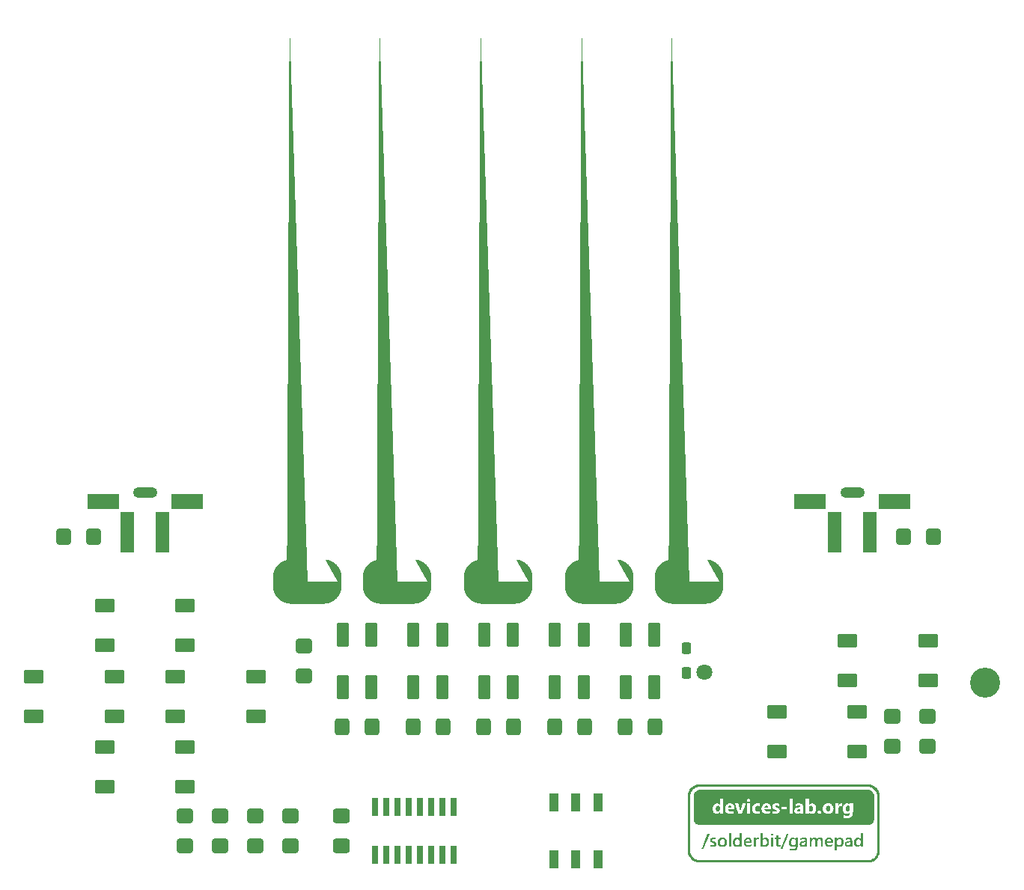
<source format=gts>
%TF.GenerationSoftware,KiCad,Pcbnew,8.0.2-1*%
%TF.CreationDate,2024-07-01T17:17:08+01:00*%
%TF.ProjectId,solderbit-gamepad,736f6c64-6572-4626-9974-2d67616d6570,v0.6*%
%TF.SameCoordinates,Original*%
%TF.FileFunction,Soldermask,Top*%
%TF.FilePolarity,Negative*%
%FSLAX46Y46*%
G04 Gerber Fmt 4.6, Leading zero omitted, Abs format (unit mm)*
G04 Created by KiCad (PCBNEW 8.0.2-1) date 2024-07-01 17:17:08*
%MOMM*%
%LPD*%
G01*
G04 APERTURE LIST*
G04 Aperture macros list*
%AMRoundRect*
0 Rectangle with rounded corners*
0 $1 Rounding radius*
0 $2 $3 $4 $5 $6 $7 $8 $9 X,Y pos of 4 corners*
0 Add a 4 corners polygon primitive as box body*
4,1,4,$2,$3,$4,$5,$6,$7,$8,$9,$2,$3,0*
0 Add four circle primitives for the rounded corners*
1,1,$1+$1,$2,$3*
1,1,$1+$1,$4,$5*
1,1,$1+$1,$6,$7*
1,1,$1+$1,$8,$9*
0 Add four rect primitives between the rounded corners*
20,1,$1+$1,$2,$3,$4,$5,0*
20,1,$1+$1,$4,$5,$6,$7,0*
20,1,$1+$1,$6,$7,$8,$9,0*
20,1,$1+$1,$8,$9,$2,$3,0*%
%AMFreePoly0*
4,1,53,1.982861,2.497452,2.265674,2.456790,2.539821,2.376293,2.799722,2.257600,3.040086,2.103127,3.256020,1.916020,3.443127,1.700086,3.597600,1.459722,3.716293,1.199821,3.796790,0.925674,3.837452,0.642861,3.840000,0.500000,3.840000,-0.500000,3.837452,-0.642861,3.796790,-0.925674,3.716293,-1.199821,3.597600,-1.459722,3.443127,-1.700086,3.256020,-1.916020,3.040086,-2.103127,
2.799722,-2.257600,2.539821,-2.376293,2.265674,-2.456790,1.982861,-2.497452,1.840000,-2.500000,-1.910000,-2.500000,-2.052869,-2.497572,-2.335699,-2.456908,-2.609863,-2.376406,-2.869780,-2.257706,-3.110159,-2.103224,-3.326105,-1.916105,-3.513224,-1.700159,-3.667706,-1.459780,-3.786406,-1.199863,-3.866908,-0.925699,-3.907572,-0.642869,-3.910000,-0.500000,-3.910000,0.500000,-3.907572,0.642869,
-3.866908,0.925699,-3.786406,1.199863,-3.667706,1.459780,-3.513224,1.700159,-3.326105,1.916105,-3.110159,2.103224,-2.869780,2.257706,-2.609863,2.376406,-2.335699,2.456908,-2.052869,2.497572,-1.910000,2.500000,1.840000,2.500000,1.982861,2.497452,1.982861,2.497452,$1*%
G04 Aperture macros list end*
%ADD10C,0.000000*%
%ADD11RoundRect,0.038000X0.625000X-1.275000X0.625000X1.275000X-0.625000X1.275000X-0.625000X-1.275000X0*%
%ADD12RoundRect,0.038000X-1.050000X-0.700000X1.050000X-0.700000X1.050000X0.700000X-1.050000X0.700000X0*%
%ADD13RoundRect,0.038000X1.750000X0.800000X-1.750000X0.800000X-1.750000X-0.800000X1.750000X-0.800000X0*%
%ADD14O,2.776000X1.176000*%
%ADD15RoundRect,0.038000X0.700000X-2.250000X0.700000X2.250000X-0.700000X2.250000X-0.700000X-2.250000X0*%
%ADD16RoundRect,0.322308X-0.590692X0.515692X-0.590692X-0.515692X0.590692X-0.515692X0.590692X0.515692X0*%
%ADD17RoundRect,0.322308X-0.515692X-0.590692X0.515692X-0.590692X0.515692X0.590692X-0.515692X0.590692X0*%
%ADD18RoundRect,0.316226X-0.521774X-0.621774X0.521774X-0.621774X0.521774X0.621774X-0.521774X0.621774X0*%
%ADD19RoundRect,0.322308X0.590692X-0.515692X0.590692X0.515692X-0.590692X0.515692X-0.590692X-0.515692X0*%
%ADD20RoundRect,0.269000X-0.269000X0.394000X-0.269000X-0.394000X0.269000X-0.394000X0.269000X0.394000X0*%
%ADD21RoundRect,0.316226X0.621774X-0.521774X0.621774X0.521774X-0.621774X0.521774X-0.621774X-0.521774X0*%
%ADD22RoundRect,0.038000X0.266700X-1.005050X0.266700X1.005050X-0.266700X1.005050X-0.266700X-1.005050X0*%
%ADD23C,1.800000*%
%ADD24RoundRect,0.038000X-0.500000X-1.000000X0.500000X-1.000000X0.500000X1.000000X-0.500000X1.000000X0*%
%ADD25FreePoly0,0.000000*%
%ADD26C,3.400000*%
%ADD27RoundRect,0.322308X0.515692X0.590692X-0.515692X0.590692X-0.515692X-0.590692X0.515692X-0.590692X0*%
G04 APERTURE END LIST*
D10*
G36*
X130551747Y-76774819D02*
G01*
X130551747Y-77522348D01*
X130431822Y-77522348D01*
X130311898Y-77522348D01*
X130311898Y-76774819D01*
X130311898Y-76027290D01*
X130431822Y-76027290D01*
X130551747Y-76027290D01*
X130551747Y-76774819D01*
G37*
G36*
X135316745Y-77014449D02*
G01*
X135316745Y-77522348D01*
X135200759Y-77522348D01*
X135084772Y-77522348D01*
X135086830Y-77016667D01*
X135088889Y-76510985D01*
X135202817Y-76508767D01*
X135316745Y-76506549D01*
X135316745Y-77014449D01*
G37*
G36*
X130494527Y-72877943D02*
G01*
X130534970Y-72896240D01*
X130538027Y-72898317D01*
X130572950Y-72932545D01*
X130598046Y-72978884D01*
X130612896Y-73036515D01*
X130614352Y-73047212D01*
X130620843Y-73101133D01*
X130417401Y-73101133D01*
X130213960Y-73101133D01*
X130219056Y-73075650D01*
X130235573Y-73023849D01*
X130262609Y-72974056D01*
X130297273Y-72930269D01*
X130336676Y-72896489D01*
X130357028Y-72884709D01*
X130399767Y-72871742D01*
X130447530Y-72869632D01*
X130494527Y-72877943D01*
G37*
G36*
X134627923Y-72877943D02*
G01*
X134668366Y-72896240D01*
X134671424Y-72898317D01*
X134706346Y-72932545D01*
X134731442Y-72978884D01*
X134746292Y-73036515D01*
X134747748Y-73047212D01*
X134754239Y-73101133D01*
X134550798Y-73101133D01*
X134347356Y-73101133D01*
X134352452Y-73075650D01*
X134368969Y-73023849D01*
X134396005Y-72974056D01*
X134430669Y-72930269D01*
X134470072Y-72896489D01*
X134490425Y-72884709D01*
X134533164Y-72871742D01*
X134580926Y-72869632D01*
X134627923Y-72877943D01*
G37*
G36*
X135237995Y-76044440D02*
G01*
X135282620Y-76061257D01*
X135315467Y-76088558D01*
X135335845Y-76125516D01*
X135343059Y-76170632D01*
X135336476Y-76215580D01*
X135315956Y-76253173D01*
X135291061Y-76276344D01*
X135260134Y-76290563D01*
X135221079Y-76297779D01*
X135180305Y-76297647D01*
X135144222Y-76289825D01*
X135133118Y-76284789D01*
X135100363Y-76260487D01*
X135080314Y-76229281D01*
X135070991Y-76187999D01*
X135070687Y-76184626D01*
X135073725Y-76137977D01*
X135089782Y-76098573D01*
X135116903Y-76068053D01*
X135153132Y-76048055D01*
X135196513Y-76040217D01*
X135237995Y-76044440D01*
G37*
G36*
X138405274Y-73254281D02*
G01*
X138409380Y-73259861D01*
X138410788Y-73273013D01*
X138409973Y-73296848D01*
X138408378Y-73320954D01*
X138398350Y-73388345D01*
X138378264Y-73443846D01*
X138347521Y-73488462D01*
X138305521Y-73523197D01*
X138278879Y-73537760D01*
X138230452Y-73553078D01*
X138179306Y-73556098D01*
X138130927Y-73546689D01*
X138118189Y-73541612D01*
X138082334Y-73517769D01*
X138058193Y-73486083D01*
X138045600Y-73449414D01*
X138044390Y-73410625D01*
X138054399Y-73372575D01*
X138075460Y-73338126D01*
X138107409Y-73310139D01*
X138132285Y-73297418D01*
X138150488Y-73292159D01*
X138180712Y-73285543D01*
X138219115Y-73278208D01*
X138261854Y-73270795D01*
X138305085Y-73263944D01*
X138344965Y-73258295D01*
X138377652Y-73254487D01*
X138397993Y-73253163D01*
X138405274Y-73254281D01*
G37*
G36*
X141595501Y-72905317D02*
G01*
X141652142Y-72920775D01*
X141699362Y-72949136D01*
X141737032Y-72990300D01*
X141765022Y-73044165D01*
X141780762Y-73098227D01*
X141790288Y-73167157D01*
X141791206Y-73239050D01*
X141783936Y-73309366D01*
X141768901Y-73373566D01*
X141751082Y-73418442D01*
X141719294Y-73465144D01*
X141676963Y-73500781D01*
X141625733Y-73524639D01*
X141567247Y-73536004D01*
X141503149Y-73534164D01*
X141489287Y-73532060D01*
X141441716Y-73518333D01*
X141397558Y-73495574D01*
X141363677Y-73467664D01*
X141334843Y-73426061D01*
X141312653Y-73372899D01*
X141297688Y-73311416D01*
X141290531Y-73244848D01*
X141291762Y-73176434D01*
X141300520Y-73115972D01*
X141320651Y-73048362D01*
X141349751Y-72993911D01*
X141388110Y-72952350D01*
X141436020Y-72923407D01*
X141493772Y-72906812D01*
X141529570Y-72902865D01*
X141595501Y-72905317D01*
G37*
G36*
X139670168Y-72913493D02*
G01*
X139686560Y-72920293D01*
X139732169Y-72949459D01*
X139767725Y-72990022D01*
X139793460Y-73042431D01*
X139809605Y-73107131D01*
X139815824Y-73169090D01*
X139814791Y-73253266D01*
X139803517Y-73328005D01*
X139782458Y-73392544D01*
X139752067Y-73446121D01*
X139712798Y-73487972D01*
X139665106Y-73517334D01*
X139609445Y-73533444D01*
X139598048Y-73534939D01*
X139567176Y-73536075D01*
X139537020Y-73533822D01*
X139527833Y-73532127D01*
X139475776Y-73511873D01*
X139430351Y-73477944D01*
X139393367Y-73431910D01*
X139376795Y-73400944D01*
X139368903Y-73381205D01*
X139363377Y-73360222D01*
X139359673Y-73334254D01*
X139357246Y-73299560D01*
X139355641Y-73255547D01*
X139355088Y-73192853D01*
X139357736Y-73142277D01*
X139364101Y-73100177D01*
X139374703Y-73062907D01*
X139387348Y-73032481D01*
X139418235Y-72984107D01*
X139459208Y-72945805D01*
X139507578Y-72918585D01*
X139560654Y-72903454D01*
X139615747Y-72901420D01*
X139670168Y-72913493D01*
G37*
G36*
X129132156Y-72908746D02*
G01*
X129184256Y-72930084D01*
X129228754Y-72965444D01*
X129265425Y-73014686D01*
X129271268Y-73025181D01*
X129278945Y-73040204D01*
X129284508Y-73053938D01*
X129288297Y-73069252D01*
X129290648Y-73089014D01*
X129291900Y-73116091D01*
X129292390Y-73153353D01*
X129292456Y-73203667D01*
X129292455Y-73205068D01*
X129292315Y-73255963D01*
X129291737Y-73293839D01*
X129290384Y-73321667D01*
X129287917Y-73342418D01*
X129283995Y-73359061D01*
X129278280Y-73374569D01*
X129271351Y-73389952D01*
X129237980Y-73445927D01*
X129196749Y-73489205D01*
X129148934Y-73519066D01*
X129095809Y-73534788D01*
X129038648Y-73535650D01*
X129019323Y-73532592D01*
X128965728Y-73514255D01*
X128920576Y-73482933D01*
X128884368Y-73439522D01*
X128857608Y-73384917D01*
X128840798Y-73320013D01*
X128834442Y-73245705D01*
X128835355Y-73205068D01*
X128844957Y-73125762D01*
X128864036Y-73057441D01*
X128892116Y-73000712D01*
X128928721Y-72956181D01*
X128973376Y-72924458D01*
X129025607Y-72906149D01*
X129072679Y-72901569D01*
X129132156Y-72908746D01*
G37*
G36*
X143838188Y-72909055D02*
G01*
X143888459Y-72931603D01*
X143932747Y-72968380D01*
X143970152Y-73018782D01*
X143977241Y-73031400D01*
X143983804Y-73044739D01*
X143988554Y-73058300D01*
X143991782Y-73074879D01*
X143993776Y-73097270D01*
X143994829Y-73128270D01*
X143995230Y-73170676D01*
X143995278Y-73205068D01*
X143995170Y-73255942D01*
X143994621Y-73293794D01*
X143993292Y-73321593D01*
X143990844Y-73342306D01*
X143986940Y-73358903D01*
X143981242Y-73374350D01*
X143974210Y-73389911D01*
X143940741Y-73445932D01*
X143899451Y-73489231D01*
X143851604Y-73519092D01*
X143798466Y-73534800D01*
X143741300Y-73535640D01*
X143722062Y-73532592D01*
X143678077Y-73519365D01*
X143641823Y-73497262D01*
X143613370Y-73469897D01*
X143587171Y-73437631D01*
X143568761Y-73405613D01*
X143554997Y-73367595D01*
X143547678Y-73339380D01*
X143536837Y-73262185D01*
X143539644Y-73179326D01*
X143547284Y-73129249D01*
X143566620Y-73058756D01*
X143595074Y-73000899D01*
X143632349Y-72955963D01*
X143678147Y-72924238D01*
X143732170Y-72906010D01*
X143782837Y-72901337D01*
X143838188Y-72909055D01*
G37*
G36*
X133675949Y-76498485D02*
G01*
X133687771Y-76501144D01*
X133709758Y-76507292D01*
X133709758Y-76619070D01*
X133709571Y-76659268D01*
X133709060Y-76693050D01*
X133708294Y-76717555D01*
X133707345Y-76729918D01*
X133706988Y-76730847D01*
X133698801Y-76727556D01*
X133681968Y-76719397D01*
X133677007Y-76716873D01*
X133644682Y-76706708D01*
X133604011Y-76702884D01*
X133561266Y-76705261D01*
X133522717Y-76713698D01*
X133505886Y-76720708D01*
X133461381Y-76752290D01*
X133421994Y-76796218D01*
X133390136Y-76849077D01*
X133368216Y-76907453D01*
X133365087Y-76920159D01*
X133362939Y-76937197D01*
X133360752Y-76968090D01*
X133358610Y-77010701D01*
X133356598Y-77062894D01*
X133354801Y-77122536D01*
X133353303Y-77187489D01*
X133352395Y-77240526D01*
X133348316Y-77522348D01*
X133233163Y-77522348D01*
X133118011Y-77522348D01*
X133120069Y-77016667D01*
X133122128Y-76510985D01*
X133236056Y-76508767D01*
X133349984Y-76506549D01*
X133350377Y-76608704D01*
X133350771Y-76710859D01*
X133378796Y-76656247D01*
X133412108Y-76602777D01*
X133451963Y-76557658D01*
X133495404Y-76523971D01*
X133516309Y-76512925D01*
X133550075Y-76502700D01*
X133592528Y-76496569D01*
X133636782Y-76495006D01*
X133675949Y-76498485D01*
G37*
G36*
X128089862Y-76108767D02*
G01*
X128108949Y-76110303D01*
X128117950Y-76113141D01*
X128119020Y-76117002D01*
X128115268Y-76126091D01*
X128105884Y-76148766D01*
X128091357Y-76183841D01*
X128072179Y-76230133D01*
X128048842Y-76286456D01*
X128021836Y-76351626D01*
X127991653Y-76424457D01*
X127958783Y-76503765D01*
X127923718Y-76588365D01*
X127886950Y-76677071D01*
X127848968Y-76768701D01*
X127810265Y-76862067D01*
X127771332Y-76955986D01*
X127732659Y-77049273D01*
X127694738Y-77140743D01*
X127658060Y-77229211D01*
X127623116Y-77313493D01*
X127590397Y-77392403D01*
X127560395Y-77464756D01*
X127533600Y-77529368D01*
X127510505Y-77585055D01*
X127491599Y-77630630D01*
X127477374Y-77664910D01*
X127468322Y-77686709D01*
X127466021Y-77692241D01*
X127440214Y-77754202D01*
X127333279Y-77754202D01*
X127288309Y-77753858D01*
X127257466Y-77752706D01*
X127238897Y-77750567D01*
X127230753Y-77747261D01*
X127230241Y-77744208D01*
X127233755Y-77735622D01*
X127242974Y-77713216D01*
X127257502Y-77677948D01*
X127276945Y-77630780D01*
X127300905Y-77572671D01*
X127328988Y-77504580D01*
X127360797Y-77427467D01*
X127395936Y-77342293D01*
X127434009Y-77250016D01*
X127474621Y-77151597D01*
X127517376Y-77047995D01*
X127561878Y-76940170D01*
X127569078Y-76922726D01*
X127904018Y-76111237D01*
X128013592Y-76109007D01*
X128058730Y-76108385D01*
X128089862Y-76108767D01*
G37*
G36*
X137020237Y-76108767D02*
G01*
X137039323Y-76110303D01*
X137048324Y-76113141D01*
X137049394Y-76117002D01*
X137045643Y-76126091D01*
X137036258Y-76148766D01*
X137021732Y-76183841D01*
X137002554Y-76230133D01*
X136979217Y-76286456D01*
X136952211Y-76351626D01*
X136922027Y-76424457D01*
X136889158Y-76503765D01*
X136854093Y-76588365D01*
X136817324Y-76677071D01*
X136779343Y-76768701D01*
X136740640Y-76862067D01*
X136701706Y-76955986D01*
X136663033Y-77049273D01*
X136625112Y-77140743D01*
X136588434Y-77229211D01*
X136553490Y-77313493D01*
X136520772Y-77392403D01*
X136490769Y-77464756D01*
X136463975Y-77529368D01*
X136440879Y-77585055D01*
X136421973Y-77630630D01*
X136407749Y-77664910D01*
X136398696Y-77686709D01*
X136396395Y-77692241D01*
X136370588Y-77754202D01*
X136263653Y-77754202D01*
X136218684Y-77753858D01*
X136187840Y-77752706D01*
X136169272Y-77750567D01*
X136161127Y-77747261D01*
X136160616Y-77744208D01*
X136164129Y-77735622D01*
X136173348Y-77713216D01*
X136187877Y-77677948D01*
X136207320Y-77630780D01*
X136231280Y-77572671D01*
X136259362Y-77504580D01*
X136291171Y-77427467D01*
X136326310Y-77342293D01*
X136364384Y-77250016D01*
X136404996Y-77151597D01*
X136447751Y-77047995D01*
X136492253Y-76940170D01*
X136499453Y-76922726D01*
X136834392Y-76111237D01*
X136943967Y-76109007D01*
X136989105Y-76108385D01*
X137020237Y-76108767D01*
G37*
G36*
X135902032Y-76215325D02*
G01*
X135904735Y-76225764D01*
X135906604Y-76246240D01*
X135907752Y-76278405D01*
X135908292Y-76323913D01*
X135908373Y-76358226D01*
X135908373Y-76506988D01*
X136028297Y-76506988D01*
X136148222Y-76506988D01*
X136148222Y-76598716D01*
X136148222Y-76690445D01*
X136030296Y-76692657D01*
X135912370Y-76694869D01*
X135912370Y-76978691D01*
X135912413Y-77053931D01*
X135912602Y-77114912D01*
X135913023Y-77163366D01*
X135913764Y-77201024D01*
X135914914Y-77229617D01*
X135916559Y-77250876D01*
X135918788Y-77266532D01*
X135921689Y-77278317D01*
X135925348Y-77287961D01*
X135928360Y-77294269D01*
X135944733Y-77318161D01*
X135965367Y-77337734D01*
X135970442Y-77341040D01*
X136000321Y-77351581D01*
X136038077Y-77355934D01*
X136076798Y-77353992D01*
X136109575Y-77345649D01*
X136114696Y-77343261D01*
X136132442Y-77334676D01*
X136143245Y-77330537D01*
X136143827Y-77330469D01*
X136145566Y-77337935D01*
X136146979Y-77358217D01*
X136147915Y-77388142D01*
X136148222Y-77421441D01*
X136148222Y-77512413D01*
X136126235Y-77521495D01*
X136076604Y-77535887D01*
X136017020Y-77543246D01*
X135952021Y-77543311D01*
X135886140Y-77535817D01*
X135884388Y-77535507D01*
X135822752Y-77517386D01*
X135770316Y-77487252D01*
X135728419Y-77446157D01*
X135698399Y-77395152D01*
X135695068Y-77386882D01*
X135691573Y-77376180D01*
X135688668Y-77363044D01*
X135686282Y-77345892D01*
X135684342Y-77323144D01*
X135682777Y-77293219D01*
X135681513Y-77254536D01*
X135680479Y-77205513D01*
X135679604Y-77144570D01*
X135678814Y-77070125D01*
X135678372Y-77020664D01*
X135675553Y-76690872D01*
X135592089Y-76690872D01*
X135508624Y-76690872D01*
X135508624Y-76598930D01*
X135508624Y-76506988D01*
X135592572Y-76506988D01*
X135676519Y-76506988D01*
X135676519Y-76392168D01*
X135676519Y-76277347D01*
X135782452Y-76247213D01*
X135821899Y-76235924D01*
X135856199Y-76225983D01*
X135882217Y-76218306D01*
X135896817Y-76213813D01*
X135898379Y-76213271D01*
X135902032Y-76215325D01*
G37*
G36*
X129677466Y-76495277D02*
G01*
X129736138Y-76505718D01*
X129738771Y-76506389D01*
X129820160Y-76534867D01*
X129890944Y-76575287D01*
X129951010Y-76627527D01*
X130000247Y-76691466D01*
X130038542Y-76766981D01*
X130065785Y-76853949D01*
X130068653Y-76866761D01*
X130075446Y-76913143D01*
X130078941Y-76969508D01*
X130079155Y-77030199D01*
X130076104Y-77089558D01*
X130069806Y-77141925D01*
X130067795Y-77152918D01*
X130043216Y-77237458D01*
X130005232Y-77314209D01*
X129954975Y-77381968D01*
X129893581Y-77439528D01*
X129822181Y-77485684D01*
X129741911Y-77519231D01*
X129716273Y-77526656D01*
X129671965Y-77535036D01*
X129617676Y-77540507D01*
X129559178Y-77542895D01*
X129502245Y-77542027D01*
X129452649Y-77537729D01*
X129436449Y-77535068D01*
X129350348Y-77510843D01*
X129273564Y-77474136D01*
X129206693Y-77425867D01*
X129150328Y-77366953D01*
X129105063Y-77298313D01*
X129071493Y-77220865D01*
X129050212Y-77135530D01*
X129041814Y-77043224D01*
X129043840Y-77003987D01*
X129280585Y-77003987D01*
X129282729Y-77069104D01*
X129293746Y-77132431D01*
X129313694Y-77191775D01*
X129342633Y-77244940D01*
X129380623Y-77289732D01*
X129427723Y-77323958D01*
X129433753Y-77327131D01*
X129494969Y-77349410D01*
X129560781Y-77357419D01*
X129628345Y-77351039D01*
X129677441Y-77337120D01*
X129722193Y-77312522D01*
X129755645Y-77282317D01*
X129790095Y-77238293D01*
X129814962Y-77189064D01*
X129830874Y-77132363D01*
X129838459Y-77065923D01*
X129838346Y-76987479D01*
X129838205Y-76984376D01*
X129829843Y-76905482D01*
X129812492Y-76839211D01*
X129785761Y-76784699D01*
X129749255Y-76741086D01*
X129715449Y-76715151D01*
X129662914Y-76690672D01*
X129603366Y-76677796D01*
X129541069Y-76676789D01*
X129480285Y-76687919D01*
X129450730Y-76698575D01*
X129400883Y-76728352D01*
X129359552Y-76769505D01*
X129326798Y-76819839D01*
X129302679Y-76877160D01*
X129287255Y-76939274D01*
X129280585Y-77003987D01*
X129043840Y-77003987D01*
X129046893Y-76944867D01*
X129048167Y-76934718D01*
X129067369Y-76840939D01*
X129098683Y-76757331D01*
X129141834Y-76684216D01*
X129196545Y-76621918D01*
X129262540Y-76570760D01*
X129339543Y-76531065D01*
X129414060Y-76506420D01*
X129472304Y-76495699D01*
X129539592Y-76490268D01*
X129609965Y-76490127D01*
X129677466Y-76495277D01*
G37*
G36*
X132565644Y-76494763D02*
G01*
X132636716Y-76510575D01*
X132699556Y-76537934D01*
X132756316Y-76577649D01*
X132782740Y-76602046D01*
X132828565Y-76657585D01*
X132864123Y-76722684D01*
X132889722Y-76798255D01*
X132905675Y-76885212D01*
X132912255Y-76982688D01*
X132914259Y-77078628D01*
X132571371Y-77080713D01*
X132228483Y-77082799D01*
X132233232Y-77122904D01*
X132243341Y-77168077D01*
X132261712Y-77214312D01*
X132285598Y-77255865D01*
X132311413Y-77286245D01*
X132358937Y-77321858D01*
X132411078Y-77345869D01*
X132470855Y-77359307D01*
X132536837Y-77363221D01*
X132597800Y-77360685D01*
X132650960Y-77352103D01*
X132702805Y-77335930D01*
X132759828Y-77310622D01*
X132761650Y-77309723D01*
X132791989Y-77294853D01*
X132816477Y-77283087D01*
X132831923Y-77275946D01*
X132835604Y-77274504D01*
X132836669Y-77281973D01*
X132837536Y-77302272D01*
X132838112Y-77332244D01*
X132838306Y-77366312D01*
X132838306Y-77458119D01*
X132800129Y-77477465D01*
X132732124Y-77505299D01*
X132653885Y-77526192D01*
X132569834Y-77539597D01*
X132484395Y-77544965D01*
X132401989Y-77541746D01*
X132346687Y-77533738D01*
X132269080Y-77510537D01*
X132199120Y-77473793D01*
X132137827Y-77424516D01*
X132086221Y-77363715D01*
X132045322Y-77292400D01*
X132016150Y-77211579D01*
X132014410Y-77204952D01*
X131999332Y-77124273D01*
X131993380Y-77039146D01*
X131996372Y-76953963D01*
X132002077Y-76914731D01*
X132228910Y-76914731D01*
X132458766Y-76914731D01*
X132688623Y-76914731D01*
X132684232Y-76866309D01*
X132674087Y-76815735D01*
X132654342Y-76767104D01*
X132627496Y-76725767D01*
X132610094Y-76707622D01*
X132568127Y-76680882D01*
X132518517Y-76665655D01*
X132465087Y-76662309D01*
X132411662Y-76671212D01*
X132376064Y-76685055D01*
X132334007Y-76713808D01*
X132295742Y-76754630D01*
X132264015Y-76803633D01*
X132241570Y-76856931D01*
X132234352Y-76885722D01*
X132228910Y-76914731D01*
X132002077Y-76914731D01*
X132008128Y-76873114D01*
X132028467Y-76800990D01*
X132031331Y-76793498D01*
X132066972Y-76722355D01*
X132114676Y-76656506D01*
X132171676Y-76598986D01*
X132235207Y-76552831D01*
X132265851Y-76536257D01*
X132313708Y-76515253D01*
X132357749Y-76501350D01*
X132403660Y-76493333D01*
X132457129Y-76489991D01*
X132484189Y-76489689D01*
X132565644Y-76494763D01*
G37*
G36*
X141735868Y-76494763D02*
G01*
X141806940Y-76510575D01*
X141869780Y-76537934D01*
X141926539Y-76577649D01*
X141952963Y-76602046D01*
X141998789Y-76657585D01*
X142034346Y-76722684D01*
X142059946Y-76798255D01*
X142075898Y-76885212D01*
X142082478Y-76982688D01*
X142084482Y-77078628D01*
X141741594Y-77080713D01*
X141398706Y-77082799D01*
X141403456Y-77122904D01*
X141413564Y-77168077D01*
X141431936Y-77214312D01*
X141455821Y-77255865D01*
X141481636Y-77286245D01*
X141529160Y-77321858D01*
X141581301Y-77345869D01*
X141641079Y-77359307D01*
X141707060Y-77363221D01*
X141768024Y-77360685D01*
X141821183Y-77352103D01*
X141873029Y-77335930D01*
X141930051Y-77310622D01*
X141931874Y-77309723D01*
X141962212Y-77294853D01*
X141986700Y-77283087D01*
X142002146Y-77275946D01*
X142005827Y-77274504D01*
X142006892Y-77281973D01*
X142007759Y-77302272D01*
X142008336Y-77332244D01*
X142008530Y-77366312D01*
X142008530Y-77458119D01*
X141970352Y-77477465D01*
X141902348Y-77505299D01*
X141824108Y-77526192D01*
X141740058Y-77539597D01*
X141654618Y-77544965D01*
X141572212Y-77541746D01*
X141516911Y-77533738D01*
X141439304Y-77510537D01*
X141369344Y-77473793D01*
X141308051Y-77424516D01*
X141256444Y-77363715D01*
X141215546Y-77292400D01*
X141186374Y-77211579D01*
X141184633Y-77204952D01*
X141169556Y-77124273D01*
X141163603Y-77039146D01*
X141166595Y-76953963D01*
X141172300Y-76914731D01*
X141399133Y-76914731D01*
X141628990Y-76914731D01*
X141858846Y-76914731D01*
X141854456Y-76866309D01*
X141844311Y-76815735D01*
X141824566Y-76767104D01*
X141797720Y-76725767D01*
X141780317Y-76707622D01*
X141738351Y-76680882D01*
X141688740Y-76665655D01*
X141635311Y-76662309D01*
X141581886Y-76671212D01*
X141546287Y-76685055D01*
X141504230Y-76713808D01*
X141465966Y-76754630D01*
X141434238Y-76803633D01*
X141411794Y-76856931D01*
X141404575Y-76885722D01*
X141399133Y-76914731D01*
X141172300Y-76914731D01*
X141178351Y-76873114D01*
X141198691Y-76800990D01*
X141201554Y-76793498D01*
X141237195Y-76722355D01*
X141284899Y-76656506D01*
X141341900Y-76598986D01*
X141405430Y-76552831D01*
X141436074Y-76536257D01*
X141483931Y-76515253D01*
X141527972Y-76501350D01*
X141573883Y-76493333D01*
X141627353Y-76489991D01*
X141654412Y-76489689D01*
X141735868Y-76494763D01*
G37*
G36*
X142980683Y-76499726D02*
G01*
X143051411Y-76523905D01*
X143113700Y-76561102D01*
X143167019Y-76610838D01*
X143210842Y-76672638D01*
X143244638Y-76746026D01*
X143267878Y-76830524D01*
X143278834Y-76909470D01*
X143282193Y-77015622D01*
X143274097Y-77114321D01*
X143255037Y-77204777D01*
X143225502Y-77286197D01*
X143185982Y-77357790D01*
X143136965Y-77418765D01*
X143078943Y-77468331D01*
X143012404Y-77505696D01*
X142937838Y-77530069D01*
X142889948Y-77538071D01*
X142808369Y-77540519D01*
X142734057Y-77528730D01*
X142666958Y-77502683D01*
X142607016Y-77462355D01*
X142554176Y-77407724D01*
X142550013Y-77402424D01*
X142528380Y-77374441D01*
X142528291Y-77680249D01*
X142528203Y-77986056D01*
X142412234Y-77986056D01*
X142296265Y-77986056D01*
X142298306Y-77248521D01*
X142298895Y-77035730D01*
X142528203Y-77035730D01*
X142530628Y-77104755D01*
X142538474Y-77161225D01*
X142552597Y-77207908D01*
X142573855Y-77247573D01*
X142603101Y-77282990D01*
X142605370Y-77285281D01*
X142653855Y-77324393D01*
X142706339Y-77348380D01*
X142763531Y-77357395D01*
X142826143Y-77351588D01*
X142867522Y-77340760D01*
X142905222Y-77322067D01*
X142942710Y-77291832D01*
X142975800Y-77253999D01*
X142997656Y-77218167D01*
X143020959Y-77156205D01*
X143036140Y-77085337D01*
X143042836Y-77010594D01*
X143040687Y-76937005D01*
X143029329Y-76869599D01*
X143024049Y-76851264D01*
X142998001Y-76793114D01*
X142962057Y-76745938D01*
X142918276Y-76710197D01*
X142868719Y-76686353D01*
X142815445Y-76674866D01*
X142760515Y-76676198D01*
X142705989Y-76690810D01*
X142653927Y-76719162D01*
X142609348Y-76758458D01*
X142578054Y-76798994D01*
X142555010Y-76844866D01*
X142539499Y-76898525D01*
X142530804Y-76962425D01*
X142528203Y-77035730D01*
X142298895Y-77035730D01*
X142300346Y-76510985D01*
X142414274Y-76508767D01*
X142528203Y-76506549D01*
X142528203Y-76590715D01*
X142528927Y-76629210D01*
X142530963Y-76657224D01*
X142534106Y-76672597D01*
X142536198Y-76674882D01*
X142543962Y-76669012D01*
X142544193Y-76667180D01*
X142549332Y-76658258D01*
X142563080Y-76640919D01*
X142582927Y-76618239D01*
X142593107Y-76607187D01*
X142651040Y-76555804D01*
X142715006Y-76519188D01*
X142785341Y-76497166D01*
X142816021Y-76492324D01*
X142902043Y-76489040D01*
X142980683Y-76499726D01*
G37*
G36*
X131750991Y-76774819D02*
G01*
X131750991Y-77522348D01*
X131635064Y-77522348D01*
X131519137Y-77522348D01*
X131519137Y-77440620D01*
X131519008Y-77404167D01*
X131518315Y-77381554D01*
X131516600Y-77370627D01*
X131513407Y-77369238D01*
X131508276Y-77375234D01*
X131505951Y-77378659D01*
X131459416Y-77434652D01*
X131401607Y-77481629D01*
X131335927Y-77516921D01*
X131323261Y-77521928D01*
X131276953Y-77534366D01*
X131221664Y-77541786D01*
X131163696Y-77543867D01*
X131109351Y-77540292D01*
X131077347Y-77534382D01*
X131006759Y-77508583D01*
X130944240Y-77469659D01*
X130890339Y-77418599D01*
X130845608Y-77356389D01*
X130810596Y-77284018D01*
X130785854Y-77202473D01*
X130771932Y-77112742D01*
X130770477Y-77057471D01*
X131009641Y-77057471D01*
X131018090Y-77129393D01*
X131034207Y-77189297D01*
X131058864Y-77239635D01*
X131087540Y-77277123D01*
X131132572Y-77318050D01*
X131180516Y-77344478D01*
X131233173Y-77356887D01*
X131292345Y-77355757D01*
X131344911Y-77345598D01*
X131381429Y-77329934D01*
X131419166Y-77302883D01*
X131453635Y-77267992D01*
X131469239Y-77247247D01*
X131488477Y-77215510D01*
X131502697Y-77183492D01*
X131512572Y-77148020D01*
X131518774Y-77105923D01*
X131521978Y-77054028D01*
X131522856Y-76994681D01*
X131522768Y-76947103D01*
X131522108Y-76912170D01*
X131520440Y-76886535D01*
X131517331Y-76866854D01*
X131512347Y-76849781D01*
X131505054Y-76831971D01*
X131500423Y-76821781D01*
X131467239Y-76766141D01*
X131425105Y-76723716D01*
X131374217Y-76694641D01*
X131314772Y-76679053D01*
X131292419Y-76676835D01*
X131228224Y-76679884D01*
X131171152Y-76697186D01*
X131121706Y-76728437D01*
X131080389Y-76773334D01*
X131052314Y-76821412D01*
X131024356Y-76896556D01*
X131010377Y-76975316D01*
X131009641Y-77057471D01*
X130770477Y-77057471D01*
X130769381Y-77015813D01*
X130770980Y-76984535D01*
X130783877Y-76884527D01*
X130807927Y-76793916D01*
X130842750Y-76713463D01*
X130887967Y-76643925D01*
X130943196Y-76586063D01*
X130986674Y-76553516D01*
X131044529Y-76522061D01*
X131104936Y-76501890D01*
X131172145Y-76491848D01*
X131219326Y-76490201D01*
X131290784Y-76494182D01*
X131351067Y-76506899D01*
X131403089Y-76529520D01*
X131449760Y-76563212D01*
X131482235Y-76595592D01*
X131519137Y-76636637D01*
X131519137Y-76331963D01*
X131519137Y-76027290D01*
X131635064Y-76027290D01*
X131750991Y-76027290D01*
X131750991Y-76774819D01*
G37*
G36*
X145454359Y-76774819D02*
G01*
X145454359Y-77522348D01*
X145338432Y-77522348D01*
X145222505Y-77522348D01*
X145222505Y-77440620D01*
X145222376Y-77404167D01*
X145221683Y-77381554D01*
X145219968Y-77370627D01*
X145216775Y-77369238D01*
X145211644Y-77375234D01*
X145209319Y-77378659D01*
X145162784Y-77434652D01*
X145104975Y-77481629D01*
X145039295Y-77516921D01*
X145026629Y-77521928D01*
X144980321Y-77534366D01*
X144925032Y-77541786D01*
X144867064Y-77543867D01*
X144812719Y-77540292D01*
X144780715Y-77534382D01*
X144710127Y-77508583D01*
X144647608Y-77469659D01*
X144593707Y-77418599D01*
X144548976Y-77356389D01*
X144513964Y-77284018D01*
X144489222Y-77202473D01*
X144475300Y-77112742D01*
X144473845Y-77057471D01*
X144713009Y-77057471D01*
X144721458Y-77129393D01*
X144737575Y-77189297D01*
X144762232Y-77239635D01*
X144790908Y-77277123D01*
X144835940Y-77318050D01*
X144883884Y-77344478D01*
X144936541Y-77356887D01*
X144995713Y-77355757D01*
X145048279Y-77345598D01*
X145084797Y-77329934D01*
X145122533Y-77302883D01*
X145157003Y-77267992D01*
X145172607Y-77247247D01*
X145191845Y-77215510D01*
X145206065Y-77183492D01*
X145215940Y-77148020D01*
X145222142Y-77105923D01*
X145225346Y-77054028D01*
X145226224Y-76994681D01*
X145226136Y-76947103D01*
X145225476Y-76912170D01*
X145223808Y-76886535D01*
X145220699Y-76866854D01*
X145215715Y-76849781D01*
X145208422Y-76831971D01*
X145203791Y-76821781D01*
X145170607Y-76766141D01*
X145128473Y-76723716D01*
X145077585Y-76694641D01*
X145018140Y-76679053D01*
X144995787Y-76676835D01*
X144931592Y-76679884D01*
X144874520Y-76697186D01*
X144825074Y-76728437D01*
X144783757Y-76773334D01*
X144755682Y-76821412D01*
X144727724Y-76896556D01*
X144713745Y-76975316D01*
X144713009Y-77057471D01*
X144473845Y-77057471D01*
X144472749Y-77015813D01*
X144474348Y-76984535D01*
X144487245Y-76884527D01*
X144511295Y-76793916D01*
X144546118Y-76713463D01*
X144591335Y-76643925D01*
X144646564Y-76586063D01*
X144690042Y-76553516D01*
X144747897Y-76522061D01*
X144808304Y-76501890D01*
X144875513Y-76491848D01*
X144922694Y-76490201D01*
X144994151Y-76494182D01*
X145054435Y-76506899D01*
X145106457Y-76529520D01*
X145153128Y-76563212D01*
X145185603Y-76595592D01*
X145222505Y-76636637D01*
X145222505Y-76331963D01*
X145222505Y-76027290D01*
X145338432Y-76027290D01*
X145454359Y-76027290D01*
X145454359Y-76774819D01*
G37*
G36*
X134101511Y-76351086D02*
G01*
X134101707Y-76441036D01*
X134102289Y-76516911D01*
X134103249Y-76578363D01*
X134104577Y-76625048D01*
X134106267Y-76656619D01*
X134108308Y-76672729D01*
X134109506Y-76674882D01*
X134117271Y-76669012D01*
X134117501Y-76667180D01*
X134122641Y-76658258D01*
X134136388Y-76640919D01*
X134156235Y-76618239D01*
X134166416Y-76607187D01*
X134224572Y-76556027D01*
X134289911Y-76519123D01*
X134362261Y-76496536D01*
X134441451Y-76488322D01*
X134505256Y-76491632D01*
X134580998Y-76506938D01*
X134647429Y-76534995D01*
X134705075Y-76576182D01*
X134754460Y-76630877D01*
X134796111Y-76699460D01*
X134797804Y-76702864D01*
X134821469Y-76757635D01*
X134838115Y-76813389D01*
X134848531Y-76874156D01*
X134853506Y-76943966D01*
X134854210Y-76990683D01*
X134849523Y-77091399D01*
X134835325Y-77180781D01*
X134811139Y-77260689D01*
X134776491Y-77332982D01*
X134759632Y-77360129D01*
X134727788Y-77401063D01*
X134688543Y-77440927D01*
X134646514Y-77475567D01*
X134606315Y-77500828D01*
X134599875Y-77503946D01*
X134535208Y-77527021D01*
X134464672Y-77540829D01*
X134393627Y-77544784D01*
X134327432Y-77538301D01*
X134313377Y-77535252D01*
X134249831Y-77511826D01*
X134190482Y-77474147D01*
X134144539Y-77431257D01*
X134101511Y-77383709D01*
X134101511Y-77453029D01*
X134101511Y-77522348D01*
X133985584Y-77522348D01*
X133869657Y-77522348D01*
X133869657Y-77035730D01*
X134101511Y-77035730D01*
X134103936Y-77104755D01*
X134111782Y-77161225D01*
X134125906Y-77207908D01*
X134147163Y-77247573D01*
X134176410Y-77282990D01*
X134178678Y-77285281D01*
X134227163Y-77324393D01*
X134279647Y-77348380D01*
X134336839Y-77357395D01*
X134399451Y-77351588D01*
X134440830Y-77340760D01*
X134478530Y-77322067D01*
X134516018Y-77291832D01*
X134549108Y-77253999D01*
X134570964Y-77218167D01*
X134594267Y-77156205D01*
X134609448Y-77085337D01*
X134616145Y-77010594D01*
X134613995Y-76937005D01*
X134602637Y-76869599D01*
X134597357Y-76851264D01*
X134571309Y-76793114D01*
X134535365Y-76745938D01*
X134491584Y-76710197D01*
X134442027Y-76686353D01*
X134388753Y-76674866D01*
X134333823Y-76676198D01*
X134279297Y-76690810D01*
X134227235Y-76719162D01*
X134182656Y-76758458D01*
X134151362Y-76798994D01*
X134128318Y-76844866D01*
X134112808Y-76898525D01*
X134104112Y-76962425D01*
X134101511Y-77035730D01*
X133869657Y-77035730D01*
X133869657Y-76774819D01*
X133869657Y-76027290D01*
X133985584Y-76027290D01*
X134101511Y-76027290D01*
X134101511Y-76351086D01*
G37*
G36*
X128642009Y-76490985D02*
G01*
X128711306Y-76496612D01*
X128774848Y-76507216D01*
X128827020Y-76522289D01*
X128848820Y-76530577D01*
X128848820Y-76630712D01*
X128848538Y-76668611D01*
X128847771Y-76699933D01*
X128846630Y-76721653D01*
X128845229Y-76730747D01*
X128845061Y-76730847D01*
X128836571Y-76727491D01*
X128817896Y-76718686D01*
X128793053Y-76706328D01*
X128792689Y-76706143D01*
X128745876Y-76687195D01*
X128691222Y-76672608D01*
X128635131Y-76663628D01*
X128584005Y-76661504D01*
X128568996Y-76662554D01*
X128527451Y-76670942D01*
X128487967Y-76685873D01*
X128454984Y-76705185D01*
X128432942Y-76726718D01*
X128431020Y-76729723D01*
X128417859Y-76766364D01*
X128419406Y-76803865D01*
X128435322Y-76838346D01*
X128441138Y-76845622D01*
X128451894Y-76856644D01*
X128464899Y-76866828D01*
X128482348Y-76877264D01*
X128506434Y-76889042D01*
X128539352Y-76903249D01*
X128583295Y-76920976D01*
X128628958Y-76938849D01*
X128708769Y-76973908D01*
X128773420Y-77011375D01*
X128823633Y-77051821D01*
X128860131Y-77095814D01*
X128881426Y-77137775D01*
X128891810Y-77178802D01*
X128896206Y-77226926D01*
X128894777Y-77276615D01*
X128887685Y-77322336D01*
X128875089Y-77358557D01*
X128874979Y-77358771D01*
X128841314Y-77407730D01*
X128794918Y-77451758D01*
X128738866Y-77488348D01*
X128688658Y-77510751D01*
X128625214Y-77528288D01*
X128551937Y-77539602D01*
X128473859Y-77544371D01*
X128396008Y-77542274D01*
X128328043Y-77533846D01*
X128290507Y-77525828D01*
X128251921Y-77515642D01*
X128222110Y-77506006D01*
X128177243Y-77489220D01*
X128177243Y-77387192D01*
X128177621Y-77348334D01*
X128178654Y-77315460D01*
X128180191Y-77291769D01*
X128182078Y-77280460D01*
X128182336Y-77280071D01*
X128191607Y-77280631D01*
X128207180Y-77288914D01*
X128208320Y-77289705D01*
X128279334Y-77330108D01*
X128357305Y-77356443D01*
X128440986Y-77368366D01*
X128494114Y-77368425D01*
X128555490Y-77361428D01*
X128602885Y-77347123D01*
X128636665Y-77325262D01*
X128657193Y-77295600D01*
X128664836Y-77257891D01*
X128664905Y-77253283D01*
X128660643Y-77221571D01*
X128646984Y-77193772D01*
X128622523Y-77168661D01*
X128585851Y-77145006D01*
X128535564Y-77121581D01*
X128497041Y-77106675D01*
X128415044Y-77074332D01*
X128347774Y-77042260D01*
X128294033Y-77009311D01*
X128252623Y-76974337D01*
X128222343Y-76936189D01*
X128201994Y-76893719D01*
X128190379Y-76845780D01*
X128186867Y-76809680D01*
X128186776Y-76754217D01*
X128193826Y-76709353D01*
X128209547Y-76670717D01*
X128235465Y-76633935D01*
X128256151Y-76611340D01*
X128301948Y-76571028D01*
X128352561Y-76540132D01*
X128412284Y-76516291D01*
X128447839Y-76506036D01*
X128505450Y-76495491D01*
X128571782Y-76490542D01*
X128642009Y-76490985D01*
G37*
G36*
X140678940Y-76491731D02*
G01*
X140747184Y-76506313D01*
X140806013Y-76533789D01*
X140855313Y-76574044D01*
X140894969Y-76626966D01*
X140924866Y-76692439D01*
X140941339Y-76752155D01*
X140944280Y-76769392D01*
X140946715Y-76791792D01*
X140948686Y-76820795D01*
X140950234Y-76857839D01*
X140951399Y-76904366D01*
X140952223Y-76961814D01*
X140952745Y-77031624D01*
X140953008Y-77115236D01*
X140953056Y-77164574D01*
X140953195Y-77522348D01*
X140837805Y-77522348D01*
X140722416Y-77522348D01*
X140719696Y-77180564D01*
X140719019Y-77097672D01*
X140718369Y-77029157D01*
X140717656Y-76973404D01*
X140716791Y-76928799D01*
X140715684Y-76893730D01*
X140714243Y-76866582D01*
X140712381Y-76845743D01*
X140710005Y-76829598D01*
X140707028Y-76816534D01*
X140703357Y-76804937D01*
X140698905Y-76793194D01*
X140697961Y-76790809D01*
X140671917Y-76741774D01*
X140637790Y-76706453D01*
X140594950Y-76684414D01*
X140542766Y-76675224D01*
X140529060Y-76674882D01*
X140482731Y-76682554D01*
X140439494Y-76704457D01*
X140400741Y-76738926D01*
X140367864Y-76784291D01*
X140342254Y-76838886D01*
X140325303Y-76901043D01*
X140321816Y-76923164D01*
X140319935Y-76945675D01*
X140318205Y-76981751D01*
X140316683Y-77028967D01*
X140315430Y-77084897D01*
X140314502Y-77147118D01*
X140313960Y-77213203D01*
X140313844Y-77252518D01*
X140313598Y-77522348D01*
X140198140Y-77522348D01*
X140082682Y-77522348D01*
X140079893Y-77180564D01*
X140079145Y-77096137D01*
X140078356Y-77026153D01*
X140077460Y-76969061D01*
X140076388Y-76923314D01*
X140075071Y-76887363D01*
X140073441Y-76859660D01*
X140071431Y-76838656D01*
X140068971Y-76822803D01*
X140065994Y-76810553D01*
X140063212Y-76802354D01*
X140036850Y-76752318D01*
X140001083Y-76713690D01*
X139957579Y-76687710D01*
X139908006Y-76675617D01*
X139891714Y-76674882D01*
X139838934Y-76682158D01*
X139792584Y-76704027D01*
X139752560Y-76740552D01*
X139729927Y-76772119D01*
X139718045Y-76792135D01*
X139708186Y-76811191D01*
X139700140Y-76830996D01*
X139693698Y-76853264D01*
X139688650Y-76879707D01*
X139684787Y-76912037D01*
X139681899Y-76951966D01*
X139679776Y-77001206D01*
X139678209Y-77061470D01*
X139676988Y-77134468D01*
X139676011Y-77212543D01*
X139672440Y-77522348D01*
X139557234Y-77522348D01*
X139442027Y-77522348D01*
X139444086Y-77016667D01*
X139446144Y-76510985D01*
X139560072Y-76508767D01*
X139674001Y-76506549D01*
X139674001Y-76582720D01*
X139674796Y-76618619D01*
X139677010Y-76644413D01*
X139680388Y-76657657D01*
X139681996Y-76658892D01*
X139689766Y-76653637D01*
X139689990Y-76652023D01*
X139695526Y-76640743D01*
X139710037Y-76622341D01*
X139730380Y-76600130D01*
X139753410Y-76577418D01*
X139775985Y-76557516D01*
X139789457Y-76547286D01*
X139839933Y-76520454D01*
X139899907Y-76501178D01*
X139964328Y-76490382D01*
X140028144Y-76488987D01*
X140074850Y-76495148D01*
X140126779Y-76513553D01*
X140177440Y-76544460D01*
X140222732Y-76584635D01*
X140258554Y-76630845D01*
X140267865Y-76647391D01*
X140287151Y-76685339D01*
X140311629Y-76650129D01*
X140362399Y-76589592D01*
X140420695Y-76543153D01*
X140486434Y-76510850D01*
X140559530Y-76492718D01*
X140639902Y-76488794D01*
X140678940Y-76491731D01*
G37*
G36*
X138838475Y-76491665D02*
G01*
X138884616Y-76495909D01*
X138901578Y-76498804D01*
X138967423Y-76518798D01*
X139026271Y-76549189D01*
X139075626Y-76588264D01*
X139112992Y-76634309D01*
X139121993Y-76650200D01*
X139131386Y-76669209D01*
X139139295Y-76687343D01*
X139145861Y-76706155D01*
X139151229Y-76727194D01*
X139155543Y-76752015D01*
X139158947Y-76782167D01*
X139161584Y-76819203D01*
X139163597Y-76864675D01*
X139165132Y-76920134D01*
X139166330Y-76987132D01*
X139167338Y-77067220D01*
X139168168Y-77148584D01*
X139171784Y-77522348D01*
X139055424Y-77522348D01*
X138939064Y-77522348D01*
X138936765Y-77449953D01*
X138934466Y-77377557D01*
X138904756Y-77417402D01*
X138860362Y-77464469D01*
X138804712Y-77503188D01*
X138759329Y-77524525D01*
X138720211Y-77535047D01*
X138671605Y-77541488D01*
X138619562Y-77543541D01*
X138570131Y-77540898D01*
X138538716Y-77535721D01*
X138472423Y-77513018D01*
X138417019Y-77478922D01*
X138373089Y-77434270D01*
X138341219Y-77379897D01*
X138321995Y-77316640D01*
X138316003Y-77245333D01*
X138317082Y-77219420D01*
X138319625Y-77203019D01*
X138539206Y-77203019D01*
X138540857Y-77247367D01*
X138554897Y-77286464D01*
X138579648Y-77319094D01*
X138613434Y-77344037D01*
X138654580Y-77360078D01*
X138701408Y-77365998D01*
X138752242Y-77360581D01*
X138805408Y-77342608D01*
X138808457Y-77341188D01*
X138857089Y-77309813D01*
X138894632Y-77267173D01*
X138920812Y-77213779D01*
X138935354Y-77150145D01*
X138938464Y-77098377D01*
X138938293Y-77064342D01*
X138937269Y-77043396D01*
X138934627Y-77032640D01*
X138929599Y-77029173D01*
X138921419Y-77030095D01*
X138920475Y-77030300D01*
X138906212Y-77032827D01*
X138879568Y-77037021D01*
X138843998Y-77042357D01*
X138802961Y-77048308D01*
X138790557Y-77050071D01*
X138723024Y-77060713D01*
X138669588Y-77071920D01*
X138628360Y-77084520D01*
X138597448Y-77099340D01*
X138574963Y-77117207D01*
X138559013Y-77138949D01*
X138551617Y-77154639D01*
X138539206Y-77203019D01*
X138319625Y-77203019D01*
X138328075Y-77148532D01*
X138350586Y-77087820D01*
X138385295Y-77036448D01*
X138432884Y-76993577D01*
X138494033Y-76958370D01*
X138546273Y-76937491D01*
X138563562Y-76933059D01*
X138593629Y-76926894D01*
X138633420Y-76919493D01*
X138679880Y-76911354D01*
X138729954Y-76902975D01*
X138780586Y-76894852D01*
X138828722Y-76887484D01*
X138871307Y-76881367D01*
X138905286Y-76877000D01*
X138927603Y-76874880D01*
X138931513Y-76874756D01*
X138936854Y-76867692D01*
X138938193Y-76849095D01*
X138935733Y-76822860D01*
X138929676Y-76792882D01*
X138926691Y-76782048D01*
X138905779Y-76736791D01*
X138873229Y-76702444D01*
X138829158Y-76679079D01*
X138773683Y-76666767D01*
X138734592Y-76664716D01*
X138652872Y-76671948D01*
X138573671Y-76692898D01*
X138500391Y-76726414D01*
X138447673Y-76762011D01*
X138429269Y-76776273D01*
X138416677Y-76785240D01*
X138413694Y-76786812D01*
X138412610Y-76779315D01*
X138411711Y-76758815D01*
X138411080Y-76728299D01*
X138410802Y-76690753D01*
X138410796Y-76684138D01*
X138410796Y-76581464D01*
X138472757Y-76553138D01*
X138508447Y-76536971D01*
X138534676Y-76525854D01*
X138556495Y-76518118D01*
X138578954Y-76512093D01*
X138607102Y-76506110D01*
X138626660Y-76502267D01*
X138673122Y-76495613D01*
X138727438Y-76491584D01*
X138784319Y-76490246D01*
X138838475Y-76491665D01*
G37*
G36*
X143939262Y-76491665D02*
G01*
X143985403Y-76495909D01*
X144002365Y-76498804D01*
X144068210Y-76518798D01*
X144127058Y-76549189D01*
X144176413Y-76588264D01*
X144213779Y-76634309D01*
X144222779Y-76650200D01*
X144232173Y-76669209D01*
X144240082Y-76687343D01*
X144246648Y-76706155D01*
X144252016Y-76727194D01*
X144256330Y-76752015D01*
X144259734Y-76782167D01*
X144262370Y-76819203D01*
X144264384Y-76864675D01*
X144265918Y-76920134D01*
X144267117Y-76987132D01*
X144268125Y-77067220D01*
X144268955Y-77148584D01*
X144272571Y-77522348D01*
X144156211Y-77522348D01*
X144039851Y-77522348D01*
X144037552Y-77449953D01*
X144035253Y-77377557D01*
X144005543Y-77417402D01*
X143961149Y-77464469D01*
X143905499Y-77503188D01*
X143860116Y-77524525D01*
X143820998Y-77535047D01*
X143772392Y-77541488D01*
X143720349Y-77543541D01*
X143670918Y-77540898D01*
X143639503Y-77535721D01*
X143573210Y-77513018D01*
X143517806Y-77478922D01*
X143473876Y-77434270D01*
X143442006Y-77379897D01*
X143422782Y-77316640D01*
X143416790Y-77245333D01*
X143417869Y-77219420D01*
X143420412Y-77203019D01*
X143639992Y-77203019D01*
X143641644Y-77247367D01*
X143655684Y-77286464D01*
X143680435Y-77319094D01*
X143714221Y-77344037D01*
X143755367Y-77360078D01*
X143802195Y-77365998D01*
X143853029Y-77360581D01*
X143906195Y-77342608D01*
X143909243Y-77341188D01*
X143957876Y-77309813D01*
X143995419Y-77267173D01*
X144021599Y-77213779D01*
X144036141Y-77150145D01*
X144039251Y-77098377D01*
X144039080Y-77064342D01*
X144038056Y-77043396D01*
X144035414Y-77032640D01*
X144030386Y-77029173D01*
X144022206Y-77030095D01*
X144021262Y-77030300D01*
X144006999Y-77032827D01*
X143980355Y-77037021D01*
X143944785Y-77042357D01*
X143903748Y-77048308D01*
X143891344Y-77050071D01*
X143823811Y-77060713D01*
X143770375Y-77071920D01*
X143729147Y-77084520D01*
X143698235Y-77099340D01*
X143675750Y-77117207D01*
X143659800Y-77138949D01*
X143652404Y-77154639D01*
X143639992Y-77203019D01*
X143420412Y-77203019D01*
X143428862Y-77148532D01*
X143451373Y-77087820D01*
X143486082Y-77036448D01*
X143533671Y-76993577D01*
X143594820Y-76958370D01*
X143647060Y-76937491D01*
X143664349Y-76933059D01*
X143694416Y-76926894D01*
X143734207Y-76919493D01*
X143780667Y-76911354D01*
X143830741Y-76902975D01*
X143881373Y-76894852D01*
X143929509Y-76887484D01*
X143972094Y-76881367D01*
X144006073Y-76877000D01*
X144028390Y-76874880D01*
X144032300Y-76874756D01*
X144037641Y-76867692D01*
X144038980Y-76849095D01*
X144036520Y-76822860D01*
X144030463Y-76792882D01*
X144027477Y-76782048D01*
X144006566Y-76736791D01*
X143974016Y-76702444D01*
X143929945Y-76679079D01*
X143874470Y-76666767D01*
X143835379Y-76664716D01*
X143753659Y-76671948D01*
X143674458Y-76692898D01*
X143601178Y-76726414D01*
X143548460Y-76762011D01*
X143530056Y-76776273D01*
X143517464Y-76785240D01*
X143514481Y-76786812D01*
X143513397Y-76779315D01*
X143512497Y-76758815D01*
X143511867Y-76728299D01*
X143511589Y-76690753D01*
X143511583Y-76684138D01*
X143511583Y-76581464D01*
X143573544Y-76553138D01*
X143609233Y-76536971D01*
X143635463Y-76525854D01*
X143657282Y-76518118D01*
X143679741Y-76512093D01*
X143707889Y-76506110D01*
X143727447Y-76502267D01*
X143773909Y-76495613D01*
X143828225Y-76491584D01*
X143885106Y-76490246D01*
X143939262Y-76491665D01*
G37*
G36*
X137621915Y-76492580D02*
G01*
X137662904Y-76498227D01*
X137677179Y-76501807D01*
X137741246Y-76529327D01*
X137797619Y-76570651D01*
X137821896Y-76595208D01*
X137858454Y-76635869D01*
X137860798Y-76573427D01*
X137863141Y-76510985D01*
X137979068Y-76510985D01*
X138094995Y-76510985D01*
X138097177Y-76958703D01*
X138097585Y-77077777D01*
X138097544Y-77182060D01*
X138097008Y-77272744D01*
X138095931Y-77351025D01*
X138094269Y-77418096D01*
X138091975Y-77475149D01*
X138089004Y-77523380D01*
X138085310Y-77563981D01*
X138080849Y-77598146D01*
X138075575Y-77627068D01*
X138070996Y-77646270D01*
X138041636Y-77729229D01*
X138000546Y-77801336D01*
X137947881Y-77862440D01*
X137883791Y-77912392D01*
X137808430Y-77951040D01*
X137739219Y-77973959D01*
X137702786Y-77980833D01*
X137654538Y-77986074D01*
X137598574Y-77989597D01*
X137538994Y-77991314D01*
X137479899Y-77991137D01*
X137425387Y-77988981D01*
X137379559Y-77984758D01*
X137361853Y-77981971D01*
X137322060Y-77973210D01*
X137279179Y-77961863D01*
X137245926Y-77951518D01*
X137191564Y-77932694D01*
X137189333Y-77827458D01*
X137189015Y-77788547D01*
X137189713Y-77756134D01*
X137191292Y-77733167D01*
X137193615Y-77722593D01*
X137194204Y-77722222D01*
X137204296Y-77725382D01*
X137224977Y-77733796D01*
X137252388Y-77745868D01*
X137262444Y-77750471D01*
X137342375Y-77781366D01*
X137422482Y-77800942D01*
X137500830Y-77809307D01*
X137575487Y-77806573D01*
X137644516Y-77792848D01*
X137705984Y-77768243D01*
X137757956Y-77732866D01*
X137769894Y-77721699D01*
X137803486Y-77682370D01*
X137828329Y-77639211D01*
X137845292Y-77589524D01*
X137855241Y-77530610D01*
X137859044Y-77459773D01*
X137859144Y-77444224D01*
X137859020Y-77406809D01*
X137858361Y-77383250D01*
X137856738Y-77371415D01*
X137853724Y-77369170D01*
X137848887Y-77374382D01*
X137845958Y-77378659D01*
X137797788Y-77436858D01*
X137739283Y-77483442D01*
X137671919Y-77517575D01*
X137597174Y-77538418D01*
X137554644Y-77543824D01*
X137473652Y-77543012D01*
X137399166Y-77528163D01*
X137331795Y-77500102D01*
X137272144Y-77459656D01*
X137220821Y-77407650D01*
X137178434Y-77344908D01*
X137145589Y-77272255D01*
X137122894Y-77190519D01*
X137110956Y-77100523D01*
X137110523Y-77027077D01*
X137348131Y-77027077D01*
X137352674Y-77096689D01*
X137366586Y-77163338D01*
X137390232Y-77224150D01*
X137390656Y-77224991D01*
X137410190Y-77255384D01*
X137436991Y-77286653D01*
X137466698Y-77314445D01*
X137494946Y-77334408D01*
X137505428Y-77339452D01*
X137560394Y-77353159D01*
X137619986Y-77354921D01*
X137678516Y-77345008D01*
X137719909Y-77329275D01*
X137768505Y-77296245D01*
X137807367Y-77250644D01*
X137836432Y-77192633D01*
X137855637Y-77122375D01*
X137864922Y-77040030D01*
X137864593Y-76952632D01*
X137858712Y-76890846D01*
X137847121Y-76840621D01*
X137828468Y-76798131D01*
X137801398Y-76759552D01*
X137792742Y-76749612D01*
X137749267Y-76712796D01*
X137698378Y-76688398D01*
X137642881Y-76676534D01*
X137585583Y-76677325D01*
X137529289Y-76690888D01*
X137476806Y-76717343D01*
X137453101Y-76735244D01*
X137416304Y-76776528D01*
X137387042Y-76829229D01*
X137365682Y-76890471D01*
X137352589Y-76957380D01*
X137348131Y-77027077D01*
X137110523Y-77027077D01*
X137110382Y-77003093D01*
X137115152Y-76946450D01*
X137132538Y-76848299D01*
X137160702Y-76760812D01*
X137199313Y-76684444D01*
X137248040Y-76619652D01*
X137306551Y-76566892D01*
X137374516Y-76526618D01*
X137437252Y-76503178D01*
X137475426Y-76495614D01*
X137522627Y-76491304D01*
X137573306Y-76490283D01*
X137621915Y-76492580D01*
G37*
G36*
X131285818Y-70480195D02*
G01*
X131580598Y-70480212D01*
X131887998Y-70480239D01*
X132208283Y-70480277D01*
X132541715Y-70480324D01*
X132888557Y-70480380D01*
X133249073Y-70480446D01*
X133623526Y-70480521D01*
X134012179Y-70480604D01*
X134415296Y-70480696D01*
X134833138Y-70480797D01*
X135265971Y-70480905D01*
X135714056Y-70481021D01*
X136177658Y-70481144D01*
X136559962Y-70481248D01*
X137036250Y-70481380D01*
X137496810Y-70481510D01*
X137941903Y-70481640D01*
X138371791Y-70481769D01*
X138786736Y-70481898D01*
X139187000Y-70482027D01*
X139572843Y-70482156D01*
X139944529Y-70482287D01*
X140302317Y-70482420D01*
X140646471Y-70482554D01*
X140977252Y-70482691D01*
X141294921Y-70482830D01*
X141599740Y-70482972D01*
X141891971Y-70483118D01*
X142171875Y-70483268D01*
X142439715Y-70483422D01*
X142695751Y-70483581D01*
X142940246Y-70483745D01*
X143173461Y-70483914D01*
X143395657Y-70484090D01*
X143607097Y-70484271D01*
X143808043Y-70484460D01*
X143998755Y-70484655D01*
X144179495Y-70484859D01*
X144350526Y-70485070D01*
X144512109Y-70485289D01*
X144664505Y-70485517D01*
X144807976Y-70485755D01*
X144942784Y-70486002D01*
X145069191Y-70486259D01*
X145187458Y-70486526D01*
X145297846Y-70486804D01*
X145400618Y-70487094D01*
X145496036Y-70487394D01*
X145584360Y-70487707D01*
X145665852Y-70488033D01*
X145740775Y-70488371D01*
X145809390Y-70488722D01*
X145871958Y-70489087D01*
X145928742Y-70489466D01*
X145980002Y-70489859D01*
X146026001Y-70490267D01*
X146067000Y-70490691D01*
X146103261Y-70491130D01*
X146135045Y-70491585D01*
X146162615Y-70492057D01*
X146186232Y-70492545D01*
X146206157Y-70493051D01*
X146222652Y-70493574D01*
X146235980Y-70494115D01*
X146246401Y-70494675D01*
X146254177Y-70495254D01*
X146259570Y-70495852D01*
X146261851Y-70496236D01*
X146403382Y-70530838D01*
X146532799Y-70574246D01*
X146651914Y-70627414D01*
X146762543Y-70691294D01*
X146866498Y-70766841D01*
X146965593Y-70855008D01*
X146989392Y-70878699D01*
X147084226Y-70986263D01*
X147166358Y-71102922D01*
X147235086Y-71227430D01*
X147289709Y-71358539D01*
X147324505Y-71474158D01*
X147327895Y-71487415D01*
X147331094Y-71499582D01*
X147334107Y-71511133D01*
X147336938Y-71522540D01*
X147339593Y-71534276D01*
X147342078Y-71546814D01*
X147344397Y-71560627D01*
X147346555Y-71576187D01*
X147348558Y-71593968D01*
X147350411Y-71614441D01*
X147352119Y-71638080D01*
X147353687Y-71665358D01*
X147355121Y-71696747D01*
X147356426Y-71732719D01*
X147357607Y-71773749D01*
X147358668Y-71820308D01*
X147359616Y-71872870D01*
X147360456Y-71931907D01*
X147361192Y-71997891D01*
X147361829Y-72071296D01*
X147362374Y-72152595D01*
X147362832Y-72242259D01*
X147363206Y-72340763D01*
X147363504Y-72448578D01*
X147363729Y-72566178D01*
X147363887Y-72694035D01*
X147363983Y-72832622D01*
X147364023Y-72982412D01*
X147364011Y-73143878D01*
X147363953Y-73317491D01*
X147363854Y-73503726D01*
X147363719Y-73703055D01*
X147363554Y-73915950D01*
X147363363Y-74142885D01*
X147363152Y-74384332D01*
X147362926Y-74640764D01*
X147362690Y-74912653D01*
X147362660Y-74947970D01*
X147362435Y-75219253D01*
X147362230Y-75475022D01*
X147362041Y-75715750D01*
X147361860Y-75941914D01*
X147361682Y-76153988D01*
X147361499Y-76352447D01*
X147361307Y-76537766D01*
X147361099Y-76710420D01*
X147360868Y-76870885D01*
X147360609Y-77019634D01*
X147360316Y-77157144D01*
X147359981Y-77283890D01*
X147359600Y-77400345D01*
X147359165Y-77506986D01*
X147358672Y-77604287D01*
X147358113Y-77692723D01*
X147357482Y-77772769D01*
X147356774Y-77844901D01*
X147355981Y-77909593D01*
X147355099Y-77967321D01*
X147354120Y-78018559D01*
X147353039Y-78063782D01*
X147351849Y-78103465D01*
X147350545Y-78138084D01*
X147349120Y-78168114D01*
X147347567Y-78194028D01*
X147345882Y-78216304D01*
X147344057Y-78235414D01*
X147342086Y-78251835D01*
X147339964Y-78266042D01*
X147337684Y-78278509D01*
X147335239Y-78289711D01*
X147332625Y-78300124D01*
X147329834Y-78310222D01*
X147326860Y-78320481D01*
X147323698Y-78331376D01*
X147320341Y-78343381D01*
X147318503Y-78350272D01*
X147275257Y-78484371D01*
X147217632Y-78612702D01*
X147146562Y-78734097D01*
X147062981Y-78847392D01*
X146967824Y-78951420D01*
X146862024Y-79045013D01*
X146746517Y-79127005D01*
X146653604Y-79180432D01*
X146547776Y-79230083D01*
X146441187Y-79268517D01*
X146329254Y-79297147D01*
X146211473Y-79316859D01*
X146205726Y-79317470D01*
X146197807Y-79318061D01*
X146187453Y-79318632D01*
X146174399Y-79319182D01*
X146158384Y-79319713D01*
X146139144Y-79320225D01*
X146116416Y-79320718D01*
X146089936Y-79321192D01*
X146059441Y-79321647D01*
X146024668Y-79322085D01*
X145985354Y-79322505D01*
X145941236Y-79322907D01*
X145892050Y-79323293D01*
X145837533Y-79323661D01*
X145777422Y-79324013D01*
X145711454Y-79324349D01*
X145639365Y-79324668D01*
X145560893Y-79324972D01*
X145475774Y-79325261D01*
X145383744Y-79325535D01*
X145284542Y-79325794D01*
X145177903Y-79326039D01*
X145063564Y-79326269D01*
X144941262Y-79326486D01*
X144810734Y-79326689D01*
X144671717Y-79326879D01*
X144523947Y-79327057D01*
X144367161Y-79327221D01*
X144201096Y-79327374D01*
X144025489Y-79327514D01*
X143840076Y-79327643D01*
X143644595Y-79327760D01*
X143438782Y-79327867D01*
X143222374Y-79327963D01*
X142995107Y-79328048D01*
X142756719Y-79328123D01*
X142506947Y-79328188D01*
X142245526Y-79328244D01*
X141972194Y-79328291D01*
X141686688Y-79328328D01*
X141388744Y-79328358D01*
X141078100Y-79328378D01*
X140754491Y-79328391D01*
X140417655Y-79328396D01*
X140067329Y-79328394D01*
X139703249Y-79328385D01*
X139325152Y-79328369D01*
X138932776Y-79328346D01*
X138525855Y-79328318D01*
X138104129Y-79328283D01*
X137667333Y-79328243D01*
X137215203Y-79328198D01*
X136747478Y-79328148D01*
X136509584Y-79328121D01*
X136117727Y-79328075D01*
X135729701Y-79328024D01*
X135345816Y-79327969D01*
X134966382Y-79327910D01*
X134591708Y-79327847D01*
X134222104Y-79327781D01*
X133857879Y-79327711D01*
X133499343Y-79327638D01*
X133146806Y-79327561D01*
X132800578Y-79327481D01*
X132460967Y-79327398D01*
X132128284Y-79327313D01*
X131802838Y-79327224D01*
X131484939Y-79327133D01*
X131174897Y-79327039D01*
X130873020Y-79326943D01*
X130579619Y-79326844D01*
X130295004Y-79326744D01*
X130019484Y-79326641D01*
X129753368Y-79326537D01*
X129496967Y-79326430D01*
X129250589Y-79326322D01*
X129014545Y-79326213D01*
X128789144Y-79326102D01*
X128574696Y-79325990D01*
X128371510Y-79325876D01*
X128179896Y-79325762D01*
X128000164Y-79325647D01*
X127832624Y-79325531D01*
X127677584Y-79325414D01*
X127535354Y-79325297D01*
X127406245Y-79325179D01*
X127290566Y-79325061D01*
X127188626Y-79324943D01*
X127100735Y-79324825D01*
X127027203Y-79324707D01*
X126968339Y-79324589D01*
X126924453Y-79324472D01*
X126895854Y-79324355D01*
X126882853Y-79324239D01*
X126882058Y-79324208D01*
X126864970Y-79321861D01*
X126837220Y-79318122D01*
X126803998Y-79313688D01*
X126794114Y-79312376D01*
X126658628Y-79286513D01*
X126527616Y-79245953D01*
X126402091Y-79191608D01*
X126283068Y-79124391D01*
X126171561Y-79045216D01*
X126068584Y-78954996D01*
X125975150Y-78854643D01*
X125892275Y-78745072D01*
X125820971Y-78627194D01*
X125762254Y-78501925D01*
X125717137Y-78370175D01*
X125707475Y-78333837D01*
X125704084Y-78320581D01*
X125700885Y-78308413D01*
X125697873Y-78296863D01*
X125695042Y-78285455D01*
X125692386Y-78273719D01*
X125689902Y-78261181D01*
X125687583Y-78247368D01*
X125685425Y-78231808D01*
X125683422Y-78214027D01*
X125681569Y-78193554D01*
X125679861Y-78169915D01*
X125678292Y-78142637D01*
X125676858Y-78111249D01*
X125675554Y-78075276D01*
X125674373Y-78034246D01*
X125673311Y-77987687D01*
X125672364Y-77935125D01*
X125671524Y-77876089D01*
X125670788Y-77810104D01*
X125670150Y-77736699D01*
X125669605Y-77655400D01*
X125669148Y-77565736D01*
X125668773Y-77467232D01*
X125668476Y-77359417D01*
X125668251Y-77241817D01*
X125668093Y-77113960D01*
X125667997Y-76975373D01*
X125667957Y-76825583D01*
X125667969Y-76664117D01*
X125668027Y-76490504D01*
X125668125Y-76304269D01*
X125668260Y-76104940D01*
X125668426Y-75892045D01*
X125668617Y-75665110D01*
X125668828Y-75423663D01*
X125669054Y-75167232D01*
X125669285Y-74901532D01*
X125946680Y-74901532D01*
X125946688Y-75174272D01*
X125946709Y-75431476D01*
X125946743Y-75673598D01*
X125946793Y-75901092D01*
X125946861Y-76114412D01*
X125946946Y-76314013D01*
X125947053Y-76500347D01*
X125947181Y-76673869D01*
X125947333Y-76835033D01*
X125947510Y-76984292D01*
X125947715Y-77122102D01*
X125947947Y-77248915D01*
X125948210Y-77365187D01*
X125948505Y-77471370D01*
X125948833Y-77567919D01*
X125949197Y-77655287D01*
X125949597Y-77733930D01*
X125950035Y-77804300D01*
X125950514Y-77866851D01*
X125951034Y-77922039D01*
X125951597Y-77970315D01*
X125952206Y-78012136D01*
X125952860Y-78047954D01*
X125953563Y-78078224D01*
X125954316Y-78103399D01*
X125955120Y-78123934D01*
X125955977Y-78140282D01*
X125956889Y-78152898D01*
X125957857Y-78162235D01*
X125958421Y-78166181D01*
X125986689Y-78293291D01*
X126028962Y-78414374D01*
X126084576Y-78528264D01*
X126152863Y-78633797D01*
X126233157Y-78729805D01*
X126324792Y-78815124D01*
X126333241Y-78821972D01*
X126435338Y-78894759D01*
X126542662Y-78953246D01*
X126656882Y-78998175D01*
X126779669Y-79030287D01*
X126818099Y-79037477D01*
X126823619Y-79037997D01*
X126834175Y-79038500D01*
X126850003Y-79038987D01*
X126871340Y-79039458D01*
X126898422Y-79039913D01*
X126931486Y-79040353D01*
X126970769Y-79040778D01*
X127016506Y-79041189D01*
X127068936Y-79041584D01*
X127128293Y-79041966D01*
X127194816Y-79042333D01*
X127268740Y-79042687D01*
X127350302Y-79043027D01*
X127439740Y-79043354D01*
X127537288Y-79043668D01*
X127643185Y-79043970D01*
X127757666Y-79044259D01*
X127880968Y-79044536D01*
X128013329Y-79044801D01*
X128154984Y-79045055D01*
X128306169Y-79045298D01*
X128467123Y-79045529D01*
X128638081Y-79045750D01*
X128819279Y-79045960D01*
X129010955Y-79046160D01*
X129213346Y-79046350D01*
X129426687Y-79046530D01*
X129651215Y-79046701D01*
X129887167Y-79046863D01*
X130134780Y-79047016D01*
X130394290Y-79047160D01*
X130665934Y-79047296D01*
X130949948Y-79047424D01*
X131246569Y-79047544D01*
X131556034Y-79047657D01*
X131878579Y-79047762D01*
X132214441Y-79047861D01*
X132563856Y-79047953D01*
X132927061Y-79048038D01*
X133304293Y-79048117D01*
X133695788Y-79048191D01*
X134101783Y-79048258D01*
X134522515Y-79048321D01*
X134958219Y-79048378D01*
X135409134Y-79048431D01*
X135875495Y-79048479D01*
X136357538Y-79048522D01*
X136503997Y-79048535D01*
X136981879Y-79048572D01*
X137444028Y-79048604D01*
X137890704Y-79048632D01*
X138322165Y-79048654D01*
X138738670Y-79048670D01*
X139140476Y-79048680D01*
X139527842Y-79048684D01*
X139901026Y-79048681D01*
X140260287Y-79048672D01*
X140605882Y-79048655D01*
X140938071Y-79048630D01*
X141257111Y-79048598D01*
X141563261Y-79048558D01*
X141856778Y-79048510D01*
X142137923Y-79048452D01*
X142406951Y-79048386D01*
X142664123Y-79048311D01*
X142909696Y-79048226D01*
X143143928Y-79048131D01*
X143367079Y-79048027D01*
X143579405Y-79047911D01*
X143781166Y-79047786D01*
X143972620Y-79047649D01*
X144154025Y-79047501D01*
X144325639Y-79047341D01*
X144487721Y-79047169D01*
X144640529Y-79046986D01*
X144784321Y-79046790D01*
X144919356Y-79046581D01*
X145045891Y-79046359D01*
X145164186Y-79046124D01*
X145274498Y-79045875D01*
X145377087Y-79045613D01*
X145472209Y-79045336D01*
X145560124Y-79045045D01*
X145641089Y-79044739D01*
X145715363Y-79044418D01*
X145783205Y-79044081D01*
X145844873Y-79043729D01*
X145900624Y-79043362D01*
X145950718Y-79042977D01*
X145995412Y-79042577D01*
X146034965Y-79042159D01*
X146069635Y-79041725D01*
X146099681Y-79041273D01*
X146125360Y-79040803D01*
X146146932Y-79040316D01*
X146164653Y-79039810D01*
X146178784Y-79039286D01*
X146189581Y-79038743D01*
X146197304Y-79038181D01*
X146202127Y-79037613D01*
X146329236Y-79009345D01*
X146450319Y-78967072D01*
X146564210Y-78911458D01*
X146669742Y-78843171D01*
X146765751Y-78762877D01*
X146851069Y-78671242D01*
X146857918Y-78662793D01*
X146931835Y-78558542D01*
X146991340Y-78447980D01*
X147036758Y-78330351D01*
X147068417Y-78204899D01*
X147076698Y-78156416D01*
X147077507Y-78145081D01*
X147078273Y-78122005D01*
X147078996Y-78086987D01*
X147079676Y-78039823D01*
X147080315Y-77980310D01*
X147080912Y-77908244D01*
X147081469Y-77823423D01*
X147081985Y-77725644D01*
X147082462Y-77614702D01*
X147082900Y-77490396D01*
X147083299Y-77352522D01*
X147083661Y-77200877D01*
X147083984Y-77035257D01*
X147084271Y-76855459D01*
X147084521Y-76661282D01*
X147084736Y-76452520D01*
X147084915Y-76228971D01*
X147085059Y-75990433D01*
X147085169Y-75736701D01*
X147085246Y-75467572D01*
X147085289Y-75182844D01*
X147085300Y-74906464D01*
X147085291Y-74633724D01*
X147085271Y-74376519D01*
X147085236Y-74134397D01*
X147085186Y-73906903D01*
X147085119Y-73693583D01*
X147085033Y-73493983D01*
X147084927Y-73307649D01*
X147084799Y-73134127D01*
X147084647Y-72972963D01*
X147084469Y-72823703D01*
X147084265Y-72685893D01*
X147084032Y-72559080D01*
X147083769Y-72442808D01*
X147083474Y-72336625D01*
X147083146Y-72240077D01*
X147082783Y-72152708D01*
X147082383Y-72074066D01*
X147081944Y-72003696D01*
X147081466Y-71941144D01*
X147080946Y-71885957D01*
X147080382Y-71837680D01*
X147079774Y-71795859D01*
X147079119Y-71760041D01*
X147078417Y-71729771D01*
X147077664Y-71704596D01*
X147076860Y-71684061D01*
X147076003Y-71667713D01*
X147075091Y-71655097D01*
X147074122Y-71645760D01*
X147073558Y-71641814D01*
X147045291Y-71514704D01*
X147003017Y-71393621D01*
X146947404Y-71279731D01*
X146879117Y-71174199D01*
X146798822Y-71078190D01*
X146707187Y-70992872D01*
X146698738Y-70986023D01*
X146594487Y-70912106D01*
X146483925Y-70852601D01*
X146366296Y-70807183D01*
X146240845Y-70775524D01*
X146192362Y-70767243D01*
X146183778Y-70766777D01*
X146164230Y-70766326D01*
X146133587Y-70765889D01*
X146091716Y-70765467D01*
X146038486Y-70765058D01*
X145973763Y-70764663D01*
X145897416Y-70764282D01*
X145809312Y-70763915D01*
X145709320Y-70763561D01*
X145597306Y-70763220D01*
X145473140Y-70762893D01*
X145336687Y-70762579D01*
X145187817Y-70762278D01*
X145026397Y-70761989D01*
X144852294Y-70761714D01*
X144665377Y-70761451D01*
X144465513Y-70761201D01*
X144252571Y-70760964D01*
X144026417Y-70760738D01*
X143786919Y-70760525D01*
X143533946Y-70760324D01*
X143267365Y-70760135D01*
X142987044Y-70759958D01*
X142692851Y-70759793D01*
X142384652Y-70759639D01*
X142062317Y-70759496D01*
X141725713Y-70759366D01*
X141374708Y-70759246D01*
X141009169Y-70759138D01*
X140628964Y-70759040D01*
X140233961Y-70758954D01*
X139824027Y-70758878D01*
X139399032Y-70758813D01*
X138958841Y-70758759D01*
X138503324Y-70758715D01*
X138032347Y-70758681D01*
X137545778Y-70758658D01*
X137043486Y-70758644D01*
X136525338Y-70758641D01*
X136518456Y-70758641D01*
X136040787Y-70758644D01*
X135578851Y-70758651D01*
X135132387Y-70758662D01*
X134701138Y-70758677D01*
X134284846Y-70758696D01*
X133883251Y-70758720D01*
X133496097Y-70758749D01*
X133123123Y-70758784D01*
X132764073Y-70758824D01*
X132418687Y-70758871D01*
X132086707Y-70758923D01*
X131767875Y-70758983D01*
X131461932Y-70759049D01*
X131168621Y-70759123D01*
X130887682Y-70759204D01*
X130618857Y-70759294D01*
X130361888Y-70759391D01*
X130116517Y-70759497D01*
X129882485Y-70759612D01*
X129659534Y-70759736D01*
X129447405Y-70759869D01*
X129245840Y-70760013D01*
X129054580Y-70760166D01*
X128873368Y-70760330D01*
X128701945Y-70760505D01*
X128540052Y-70760690D01*
X128387432Y-70760887D01*
X128243825Y-70761096D01*
X128108974Y-70761317D01*
X127982619Y-70761550D01*
X127864504Y-70761796D01*
X127754368Y-70762054D01*
X127651954Y-70762326D01*
X127557004Y-70762611D01*
X127469259Y-70762911D01*
X127388461Y-70763224D01*
X127314351Y-70763552D01*
X127246671Y-70763895D01*
X127185162Y-70764252D01*
X127129567Y-70764626D01*
X127079627Y-70765015D01*
X127035083Y-70765420D01*
X126995677Y-70765841D01*
X126961151Y-70766280D01*
X126931247Y-70766735D01*
X126905705Y-70767207D01*
X126884268Y-70767697D01*
X126866677Y-70768205D01*
X126852674Y-70768732D01*
X126842001Y-70769277D01*
X126834398Y-70769840D01*
X126829853Y-70770383D01*
X126702743Y-70798650D01*
X126581660Y-70840924D01*
X126467770Y-70896537D01*
X126362237Y-70964824D01*
X126266229Y-71045118D01*
X126180910Y-71136754D01*
X126174062Y-71145203D01*
X126100145Y-71249453D01*
X126040640Y-71360016D01*
X125995222Y-71477644D01*
X125963563Y-71603096D01*
X125955281Y-71651579D01*
X125954472Y-71662914D01*
X125953707Y-71685990D01*
X125952984Y-71721008D01*
X125952304Y-71768172D01*
X125951665Y-71827685D01*
X125951067Y-71899751D01*
X125950511Y-71984572D01*
X125949994Y-72082351D01*
X125949517Y-72193293D01*
X125949080Y-72317599D01*
X125948680Y-72455473D01*
X125948319Y-72607119D01*
X125947995Y-72772738D01*
X125947709Y-72952536D01*
X125947458Y-73146714D01*
X125947244Y-73355475D01*
X125947065Y-73579024D01*
X125946920Y-73817563D01*
X125946810Y-74071295D01*
X125946734Y-74340423D01*
X125946691Y-74625151D01*
X125946680Y-74901532D01*
X125669285Y-74901532D01*
X125669290Y-74895342D01*
X125669320Y-74860025D01*
X125669545Y-74588742D01*
X125669749Y-74332974D01*
X125669939Y-74092245D01*
X125670120Y-73866081D01*
X125670298Y-73654008D01*
X125670480Y-73455549D01*
X125670673Y-73270229D01*
X125670881Y-73097575D01*
X125671112Y-72937111D01*
X125671371Y-72788361D01*
X125671664Y-72650851D01*
X125671999Y-72524106D01*
X125672380Y-72407650D01*
X125672814Y-72301010D01*
X125673308Y-72203709D01*
X125673867Y-72115272D01*
X125674498Y-72035226D01*
X125675206Y-71963094D01*
X125675998Y-71898402D01*
X125676881Y-71840674D01*
X125677860Y-71789436D01*
X125678941Y-71744213D01*
X125680130Y-71704530D01*
X125681435Y-71669911D01*
X125682860Y-71639882D01*
X125684412Y-71613967D01*
X125686098Y-71591692D01*
X125687923Y-71572581D01*
X125689894Y-71556160D01*
X125692016Y-71541954D01*
X125694296Y-71529487D01*
X125696740Y-71518284D01*
X125699355Y-71507871D01*
X125702146Y-71497773D01*
X125705119Y-71487514D01*
X125708281Y-71476620D01*
X125711638Y-71464615D01*
X125713477Y-71457723D01*
X125756723Y-71323624D01*
X125814348Y-71195294D01*
X125885418Y-71073898D01*
X125968999Y-70960603D01*
X126064156Y-70856576D01*
X126169955Y-70762982D01*
X126285463Y-70680990D01*
X126378376Y-70627563D01*
X126483482Y-70578197D01*
X126589180Y-70539959D01*
X126700070Y-70511433D01*
X126820752Y-70491205D01*
X126822096Y-70491030D01*
X126827872Y-70490417D01*
X126835741Y-70489825D01*
X126845965Y-70489253D01*
X126858809Y-70488702D01*
X126874534Y-70488171D01*
X126893405Y-70487659D01*
X126915684Y-70487167D01*
X126941636Y-70486695D01*
X126971522Y-70486241D01*
X127005607Y-70485807D01*
X127044152Y-70485391D01*
X127087423Y-70484993D01*
X127135681Y-70484613D01*
X127189191Y-70484251D01*
X127248215Y-70483906D01*
X127313016Y-70483579D01*
X127383857Y-70483269D01*
X127461003Y-70482975D01*
X127544716Y-70482697D01*
X127635259Y-70482436D01*
X127732895Y-70482191D01*
X127837889Y-70481961D01*
X127950502Y-70481747D01*
X128070998Y-70481547D01*
X128199641Y-70481363D01*
X128336693Y-70481193D01*
X128482417Y-70481037D01*
X128637078Y-70480896D01*
X128800938Y-70480768D01*
X128974260Y-70480654D01*
X129157308Y-70480553D01*
X129350345Y-70480465D01*
X129553633Y-70480389D01*
X129767437Y-70480326D01*
X129992019Y-70480276D01*
X130227643Y-70480237D01*
X130474571Y-70480210D01*
X130733068Y-70480194D01*
X131003396Y-70480189D01*
X131285818Y-70480195D01*
G37*
G36*
X137004897Y-71114386D02*
G01*
X137462091Y-71114388D01*
X137903828Y-71114393D01*
X138330374Y-71114400D01*
X138741997Y-71114410D01*
X139138963Y-71114424D01*
X139521538Y-71114441D01*
X139889988Y-71114462D01*
X140244582Y-71114488D01*
X140585584Y-71114518D01*
X140913261Y-71114554D01*
X141227880Y-71114596D01*
X141529708Y-71114643D01*
X141819011Y-71114697D01*
X142096056Y-71114757D01*
X142361109Y-71114825D01*
X142614436Y-71114900D01*
X142856305Y-71114983D01*
X143086981Y-71115075D01*
X143306732Y-71115175D01*
X143515823Y-71115284D01*
X143714522Y-71115402D01*
X143903094Y-71115530D01*
X144081808Y-71115669D01*
X144250928Y-71115818D01*
X144410721Y-71115978D01*
X144561455Y-71116149D01*
X144703395Y-71116332D01*
X144836808Y-71116527D01*
X144961961Y-71116735D01*
X145079120Y-71116956D01*
X145188552Y-71117189D01*
X145290523Y-71117437D01*
X145385300Y-71117698D01*
X145473149Y-71117974D01*
X145554337Y-71118265D01*
X145629131Y-71118570D01*
X145697796Y-71118892D01*
X145760600Y-71119229D01*
X145817809Y-71119582D01*
X145869689Y-71119952D01*
X145916508Y-71120340D01*
X145958531Y-71120745D01*
X145996025Y-71121167D01*
X146029257Y-71121608D01*
X146058494Y-71122067D01*
X146084001Y-71122546D01*
X146106045Y-71123043D01*
X146124893Y-71123561D01*
X146140812Y-71124098D01*
X146154068Y-71124657D01*
X146164927Y-71125236D01*
X146173656Y-71125836D01*
X146180521Y-71126458D01*
X146185790Y-71127102D01*
X146189728Y-71127768D01*
X146191793Y-71128237D01*
X146299083Y-71163382D01*
X146397053Y-71210901D01*
X146484999Y-71270112D01*
X146562214Y-71340332D01*
X146627992Y-71420879D01*
X146681629Y-71511069D01*
X146722416Y-71610221D01*
X146735459Y-71654045D01*
X146753541Y-71722002D01*
X146753541Y-73093138D01*
X146753533Y-73267428D01*
X146753505Y-73426456D01*
X146753449Y-73570953D01*
X146753359Y-73701648D01*
X146753227Y-73819269D01*
X146753047Y-73924546D01*
X146752810Y-74018208D01*
X146752511Y-74100984D01*
X146752142Y-74173603D01*
X146751695Y-74236794D01*
X146751165Y-74291287D01*
X146750543Y-74337810D01*
X146749823Y-74377094D01*
X146748997Y-74409866D01*
X146748059Y-74436856D01*
X146747002Y-74458793D01*
X146745817Y-74476407D01*
X146744499Y-74490426D01*
X146743040Y-74501579D01*
X146741433Y-74510597D01*
X146739688Y-74518139D01*
X146704369Y-74625974D01*
X146656616Y-74724274D01*
X146597015Y-74812428D01*
X146526154Y-74889824D01*
X146444620Y-74955849D01*
X146353002Y-75009892D01*
X146251885Y-75051341D01*
X146217878Y-75061771D01*
X146153919Y-75079887D01*
X136567957Y-75080924D01*
X136164385Y-75080962D01*
X135765442Y-75080988D01*
X135371422Y-75081002D01*
X134982617Y-75081005D01*
X134599322Y-75080997D01*
X134221829Y-75080977D01*
X133850433Y-75080946D01*
X133485425Y-75080905D01*
X133127100Y-75080853D01*
X132775751Y-75080790D01*
X132431672Y-75080717D01*
X132095154Y-75080635D01*
X131766493Y-75080542D01*
X131445981Y-75080439D01*
X131133912Y-75080327D01*
X130830579Y-75080206D01*
X130536275Y-75080075D01*
X130251294Y-75079936D01*
X129975929Y-75079787D01*
X129710473Y-75079630D01*
X129455220Y-75079465D01*
X129210463Y-75079291D01*
X128976495Y-75079109D01*
X128753610Y-75078919D01*
X128542101Y-75078722D01*
X128342261Y-75078517D01*
X128154384Y-75078304D01*
X127978763Y-75078084D01*
X127815692Y-75077857D01*
X127665463Y-75077624D01*
X127528371Y-75077384D01*
X127404708Y-75077137D01*
X127294768Y-75076884D01*
X127198843Y-75076624D01*
X127117229Y-75076359D01*
X127050217Y-75076088D01*
X126998101Y-75075812D01*
X126961175Y-75075530D01*
X126939732Y-75075243D01*
X126934026Y-75075030D01*
X126830855Y-75052291D01*
X126733569Y-75015338D01*
X126643367Y-74965246D01*
X126561453Y-74903092D01*
X126489027Y-74829949D01*
X126427290Y-74746894D01*
X126377444Y-74655001D01*
X126340690Y-74555347D01*
X126336495Y-74540227D01*
X126318414Y-74472270D01*
X126318414Y-73268956D01*
X128481002Y-73268956D01*
X128483745Y-73337265D01*
X128490715Y-73397382D01*
X128492168Y-73405560D01*
X128516040Y-73497042D01*
X128551123Y-73577915D01*
X128597003Y-73647690D01*
X128653267Y-73705877D01*
X128719501Y-73751985D01*
X128795291Y-73785525D01*
X128819034Y-73792841D01*
X128856695Y-73799674D01*
X128904455Y-73802943D01*
X128957403Y-73802845D01*
X129010629Y-73799575D01*
X129059224Y-73793328D01*
X129098276Y-73784300D01*
X129106601Y-73781390D01*
X129146582Y-73761994D01*
X129188401Y-73735245D01*
X129226968Y-73704885D01*
X129257189Y-73674662D01*
X129264558Y-73665224D01*
X129278101Y-73647993D01*
X129288346Y-73638002D01*
X129290541Y-73637016D01*
X129293181Y-73644313D01*
X129295228Y-73664045D01*
X129296385Y-73692660D01*
X129296538Y-73708751D01*
X129296538Y-73780705D01*
X129468429Y-73780705D01*
X129640321Y-73780705D01*
X129640321Y-73243208D01*
X129875253Y-73243208D01*
X129876551Y-73301691D01*
X129879849Y-73355676D01*
X129885139Y-73401118D01*
X129890891Y-73428927D01*
X129922755Y-73516223D01*
X129966459Y-73592851D01*
X130021620Y-73658455D01*
X130087860Y-73712679D01*
X130164796Y-73755168D01*
X130252049Y-73785567D01*
X130279918Y-73792220D01*
X130314859Y-73797447D01*
X130361372Y-73801153D01*
X130415103Y-73803291D01*
X130471704Y-73803809D01*
X130526822Y-73802659D01*
X130576106Y-73799791D01*
X130610178Y-73795964D01*
X130676882Y-73783241D01*
X130742042Y-73766072D01*
X130799132Y-73746229D01*
X130809584Y-73741844D01*
X130847561Y-73725309D01*
X130847561Y-73597499D01*
X130847561Y-73469690D01*
X130789597Y-73497064D01*
X130736323Y-73520236D01*
X130687737Y-73536306D01*
X130638630Y-73546367D01*
X130583790Y-73551514D01*
X130523764Y-73552849D01*
X130463979Y-73551578D01*
X130416686Y-73547047D01*
X130378536Y-73538181D01*
X130346182Y-73523904D01*
X130316276Y-73503138D01*
X130287600Y-73476936D01*
X130263000Y-73450526D01*
X130245949Y-73425960D01*
X130233814Y-73398024D01*
X130223963Y-73361500D01*
X130220004Y-73342981D01*
X130214688Y-73316997D01*
X130579094Y-73316997D01*
X130943500Y-73316997D01*
X130943500Y-73200733D01*
X130940761Y-73110629D01*
X130932064Y-73032865D01*
X130916686Y-72964672D01*
X130893906Y-72903283D01*
X130863002Y-72845929D01*
X130843313Y-72816545D01*
X130792058Y-72756792D01*
X130731423Y-72708685D01*
X130660100Y-72671348D01*
X130625161Y-72659412D01*
X131005162Y-72659412D01*
X131007400Y-72667356D01*
X131014481Y-72688939D01*
X131025903Y-72722730D01*
X131041164Y-72767298D01*
X131059761Y-72821211D01*
X131081193Y-72883039D01*
X131104957Y-72951349D01*
X131130553Y-73024712D01*
X131157477Y-73101696D01*
X131185228Y-73180868D01*
X131213304Y-73260800D01*
X131241203Y-73340058D01*
X131268423Y-73417213D01*
X131294462Y-73490832D01*
X131318818Y-73559485D01*
X131340989Y-73621740D01*
X131360473Y-73676167D01*
X131376768Y-73721333D01*
X131389372Y-73755808D01*
X131394933Y-73770711D01*
X131400038Y-73773984D01*
X131413544Y-73776519D01*
X131436899Y-73778385D01*
X131471551Y-73779656D01*
X131518946Y-73780402D01*
X131580532Y-73780695D01*
X131597597Y-73780705D01*
X131796483Y-73780705D01*
X132350614Y-73780705D01*
X132526557Y-73780705D01*
X132702500Y-73780705D01*
X132700456Y-73221447D01*
X132926952Y-73221447D01*
X132927637Y-73288518D01*
X132932702Y-73349955D01*
X132941157Y-73396434D01*
X132971209Y-73486951D01*
X133012783Y-73566422D01*
X133065852Y-73634807D01*
X133115888Y-73680965D01*
X133161216Y-73714005D01*
X133207562Y-73740871D01*
X133258725Y-73763236D01*
X133318503Y-73782776D01*
X133385962Y-73800069D01*
X133406040Y-73802321D01*
X133438592Y-73803261D01*
X133480167Y-73803038D01*
X133527316Y-73801802D01*
X133576588Y-73799703D01*
X133624536Y-73796891D01*
X133667707Y-73793515D01*
X133702654Y-73789725D01*
X133725925Y-73785671D01*
X133727538Y-73785240D01*
X133760647Y-73774914D01*
X133794226Y-73762940D01*
X133809487Y-73756809D01*
X133845672Y-73741299D01*
X133845672Y-73601103D01*
X133845295Y-73555763D01*
X133844248Y-73516532D01*
X133842659Y-73485966D01*
X133840655Y-73466621D01*
X133838684Y-73460907D01*
X133828171Y-73464535D01*
X133809081Y-73473793D01*
X133796307Y-73480686D01*
X133727888Y-73511801D01*
X133658345Y-73530266D01*
X133589547Y-73536494D01*
X133523363Y-73530897D01*
X133461662Y-73513888D01*
X133406311Y-73485881D01*
X133359180Y-73447287D01*
X133322137Y-73398521D01*
X133309105Y-73373023D01*
X133290129Y-73313817D01*
X133281274Y-73248110D01*
X133281360Y-73243208D01*
X134008650Y-73243208D01*
X134009948Y-73301691D01*
X134013245Y-73355676D01*
X134018536Y-73401118D01*
X134024287Y-73428927D01*
X134056152Y-73516223D01*
X134099855Y-73592851D01*
X134155017Y-73658455D01*
X134221256Y-73712679D01*
X134298192Y-73755168D01*
X134385445Y-73785567D01*
X134413314Y-73792220D01*
X134448256Y-73797447D01*
X134494768Y-73801153D01*
X134548500Y-73803291D01*
X134605100Y-73803809D01*
X134660218Y-73802659D01*
X134709502Y-73799791D01*
X134743574Y-73795964D01*
X134810278Y-73783241D01*
X134875438Y-73766072D01*
X134913269Y-73752923D01*
X135204816Y-73752923D01*
X135254840Y-73767249D01*
X135307513Y-73781241D01*
X135355616Y-73791225D01*
X135403521Y-73797681D01*
X135455600Y-73801090D01*
X135516225Y-73801931D01*
X135564589Y-73801281D01*
X135631919Y-73799125D01*
X135685315Y-73795672D01*
X135726792Y-73790749D01*
X135756468Y-73784690D01*
X135768596Y-73780705D01*
X137163582Y-73780705D01*
X137339471Y-73780705D01*
X137515360Y-73780705D01*
X137515360Y-73464904D01*
X137722869Y-73464904D01*
X137724295Y-73503611D01*
X137727923Y-73542051D01*
X137733044Y-73573244D01*
X137734482Y-73579123D01*
X137759152Y-73640592D01*
X137797070Y-73694929D01*
X137846420Y-73740374D01*
X137905390Y-73775165D01*
X137955083Y-73793276D01*
X137995305Y-73800559D01*
X138044917Y-73803872D01*
X138097871Y-73803306D01*
X138148113Y-73798955D01*
X138189594Y-73790911D01*
X138193934Y-73789628D01*
X138227062Y-73777651D01*
X138260192Y-73763063D01*
X138277529Y-73753937D01*
X138297761Y-73739595D01*
X138322060Y-73718799D01*
X138347229Y-73694771D01*
X138370073Y-73670734D01*
X138387396Y-73649908D01*
X138396002Y-73635517D01*
X138396337Y-73634153D01*
X138397410Y-73637403D01*
X138399065Y-73653703D01*
X138401039Y-73680134D01*
X138402333Y-73700756D01*
X138406799Y-73776708D01*
X138573169Y-73778870D01*
X138739540Y-73781032D01*
X138739538Y-73780705D01*
X139010419Y-73780705D01*
X139186308Y-73780705D01*
X139362197Y-73780705D01*
X139362197Y-73721124D01*
X139362197Y-73661542D01*
X139400438Y-73699783D01*
X139456621Y-73746889D01*
X139516830Y-73779333D01*
X139554270Y-73791873D01*
X139594873Y-73799197D01*
X139645276Y-73803009D01*
X139699679Y-73803299D01*
X139752279Y-73800055D01*
X139797275Y-73793264D01*
X139801176Y-73792380D01*
X139876110Y-73766711D01*
X139944690Y-73727124D01*
X140006076Y-73674712D01*
X140032635Y-73642779D01*
X140349325Y-73642779D01*
X140362997Y-73694047D01*
X140370447Y-73710286D01*
X140395837Y-73744780D01*
X140433428Y-73774919D01*
X140465856Y-73792079D01*
X140494078Y-73799538D01*
X140531718Y-73803261D01*
X140572638Y-73803206D01*
X140610696Y-73799328D01*
X140635411Y-73793283D01*
X140684328Y-73768397D01*
X140721142Y-73733516D01*
X140745074Y-73689738D01*
X140755341Y-73638158D01*
X140755683Y-73624482D01*
X140748623Y-73570882D01*
X140728167Y-73525964D01*
X140694224Y-73489540D01*
X140687912Y-73484761D01*
X140648093Y-73461750D01*
X140604613Y-73449149D01*
X140553120Y-73445895D01*
X140532306Y-73446773D01*
X140475913Y-73456951D01*
X140428371Y-73478580D01*
X140390811Y-73509817D01*
X140364362Y-73548824D01*
X140350157Y-73593758D01*
X140349325Y-73642779D01*
X140032635Y-73642779D01*
X140059427Y-73610566D01*
X140103902Y-73535778D01*
X140138660Y-73451439D01*
X140162862Y-73358642D01*
X140170273Y-73313000D01*
X140175304Y-73253733D01*
X140175870Y-73217060D01*
X140941549Y-73217060D01*
X140941708Y-73272782D01*
X140942647Y-73315651D01*
X140944604Y-73348795D01*
X140947819Y-73375342D01*
X140952530Y-73398421D01*
X140956475Y-73412937D01*
X140990238Y-73502284D01*
X141035697Y-73580777D01*
X141092595Y-73648184D01*
X141160678Y-73704275D01*
X141239690Y-73748818D01*
X141329376Y-73781583D01*
X141376928Y-73793224D01*
X141415867Y-73798666D01*
X141465941Y-73801715D01*
X141522834Y-73802491D01*
X141582232Y-73801114D01*
X141639817Y-73797705D01*
X141691276Y-73792383D01*
X141732293Y-73785269D01*
X141740900Y-73783090D01*
X141828544Y-73751299D01*
X141907682Y-73707407D01*
X141976796Y-73652472D01*
X142034367Y-73587552D01*
X142046742Y-73569940D01*
X142085261Y-73504741D01*
X142113546Y-73438294D01*
X142132497Y-73367250D01*
X142143018Y-73288259D01*
X142146020Y-73201070D01*
X142140635Y-73104071D01*
X142124672Y-73017804D01*
X142097577Y-72940544D01*
X142058797Y-72870568D01*
X142026060Y-72826970D01*
X141963939Y-72763745D01*
X141893485Y-72713157D01*
X141813994Y-72674887D01*
X141740003Y-72653103D01*
X142368303Y-72653103D01*
X142368303Y-73216904D01*
X142368303Y-73780705D01*
X142543774Y-73780705D01*
X142719245Y-73780705D01*
X142721702Y-73458908D01*
X142722335Y-73378683D01*
X142722954Y-73312773D01*
X142723659Y-73259504D01*
X142723914Y-73247378D01*
X143183895Y-73247378D01*
X143185559Y-73321798D01*
X143191270Y-73384807D01*
X143201875Y-73440664D01*
X143218217Y-73493624D01*
X143241144Y-73547944D01*
X143245364Y-73556805D01*
X143288892Y-73631708D01*
X143340723Y-73692993D01*
X143401061Y-73740789D01*
X143470113Y-73775221D01*
X143548083Y-73796416D01*
X143635176Y-73804501D01*
X143647179Y-73804595D01*
X143725750Y-73799799D01*
X143793703Y-73784921D01*
X143853615Y-73758912D01*
X143908064Y-73720724D01*
X143948177Y-73682045D01*
X143999276Y-73626854D01*
X143999137Y-73681794D01*
X143992893Y-73765011D01*
X143974605Y-73837712D01*
X143944270Y-73899898D01*
X143901887Y-73951575D01*
X143847452Y-73992746D01*
X143780963Y-74023414D01*
X143747476Y-74033692D01*
X143707543Y-74040621D01*
X143657679Y-74043791D01*
X143603490Y-74043221D01*
X143550582Y-74038931D01*
X143513182Y-74032883D01*
X143466981Y-74021221D01*
X143417738Y-74005582D01*
X143371028Y-73987960D01*
X143332422Y-73970348D01*
X143321246Y-73964197D01*
X143302250Y-73954064D01*
X143288840Y-73948806D01*
X143287267Y-73948599D01*
X143284657Y-73956278D01*
X143282503Y-73978054D01*
X143280904Y-74012042D01*
X143279955Y-74056352D01*
X143279729Y-74095420D01*
X143279729Y-74242241D01*
X143313708Y-74255091D01*
X143403523Y-74282015D01*
X143503483Y-74299199D01*
X143610843Y-74306365D01*
X143722859Y-74303235D01*
X143758379Y-74300102D01*
X143869389Y-74282486D01*
X143969130Y-74253607D01*
X144057542Y-74213516D01*
X144134563Y-74162264D01*
X144200136Y-74099903D01*
X144254200Y-74026483D01*
X144296694Y-73942055D01*
X144327559Y-73846670D01*
X144336005Y-73808688D01*
X144338282Y-73794035D01*
X144340245Y-73774076D01*
X144341913Y-73747716D01*
X144343307Y-73713859D01*
X144344446Y-73671411D01*
X144345350Y-73619276D01*
X144346039Y-73556359D01*
X144346535Y-73481565D01*
X144346855Y-73393799D01*
X144347021Y-73291966D01*
X144347057Y-73205068D01*
X144347057Y-72657413D01*
X144173166Y-72655258D01*
X143999276Y-72653103D01*
X143999276Y-72717863D01*
X143999276Y-72782623D01*
X143958675Y-72738199D01*
X143906084Y-72692257D01*
X143844215Y-72658632D01*
X143774376Y-72637657D01*
X143697875Y-72629667D01*
X143616022Y-72634996D01*
X143579540Y-72641458D01*
X143498425Y-72666446D01*
X143424342Y-72705559D01*
X143358281Y-72758115D01*
X143301232Y-72823436D01*
X143288854Y-72841143D01*
X143249021Y-72910024D01*
X143219233Y-72983526D01*
X143198866Y-73064057D01*
X143187299Y-73154026D01*
X143183895Y-73247378D01*
X142723914Y-73247378D01*
X142724547Y-73217203D01*
X142725715Y-73184194D01*
X142727261Y-73158805D01*
X142729283Y-73139361D01*
X142731879Y-73124187D01*
X142735146Y-73111610D01*
X142739181Y-73099955D01*
X142743253Y-73089613D01*
X142772818Y-73035154D01*
X142812125Y-72992666D01*
X142859799Y-72962625D01*
X142914463Y-72945512D01*
X142974743Y-72941804D01*
X143039263Y-72951980D01*
X143089849Y-72969111D01*
X143094593Y-72970127D01*
X143098127Y-72967376D01*
X143100628Y-72958900D01*
X143102273Y-72942741D01*
X143103239Y-72916941D01*
X143103701Y-72879543D01*
X143103836Y-72828587D01*
X143103840Y-72813972D01*
X143103840Y-72653020D01*
X143081854Y-72644426D01*
X143062201Y-72640543D01*
X143031629Y-72638873D01*
X142995089Y-72639676D01*
X142993414Y-72639772D01*
X142923865Y-72650609D01*
X142863585Y-72674452D01*
X142812245Y-72711519D01*
X142769517Y-72762029D01*
X142745244Y-72804104D01*
X142724079Y-72846861D01*
X142720082Y-72752137D01*
X142716084Y-72657413D01*
X142542194Y-72655258D01*
X142368303Y-72653103D01*
X141740003Y-72653103D01*
X141724759Y-72648615D01*
X141625076Y-72634019D01*
X141596789Y-72632066D01*
X141487356Y-72632445D01*
X141385834Y-72645619D01*
X141292822Y-72671231D01*
X141208922Y-72708923D01*
X141134735Y-72758337D01*
X141070862Y-72819116D01*
X141017903Y-72890902D01*
X140976460Y-72973337D01*
X140963305Y-73009023D01*
X140955560Y-73033235D01*
X140949932Y-73054639D01*
X140946077Y-73076520D01*
X140943652Y-73102167D01*
X140942312Y-73134866D01*
X140941714Y-73177905D01*
X140941549Y-73217060D01*
X140175870Y-73217060D01*
X140176338Y-73186785D01*
X140173636Y-73117552D01*
X140167455Y-73051430D01*
X140158053Y-72993816D01*
X140154191Y-72977211D01*
X140125085Y-72890179D01*
X140085618Y-72815082D01*
X140036257Y-72752271D01*
X139977470Y-72702091D01*
X139909724Y-72664892D01*
X139833489Y-72641022D01*
X139749230Y-72630828D01*
X139689902Y-72631731D01*
X139608653Y-72643796D01*
X139535771Y-72669257D01*
X139470060Y-72708691D01*
X139410326Y-72762680D01*
X139402940Y-72770794D01*
X139362197Y-72816506D01*
X139362197Y-72467130D01*
X139362197Y-72117753D01*
X139186308Y-72117753D01*
X139010419Y-72117753D01*
X139010419Y-72949229D01*
X139010419Y-73780705D01*
X138739538Y-73780705D01*
X138736654Y-73383119D01*
X138735939Y-73288326D01*
X138735179Y-73207974D01*
X138734220Y-73140517D01*
X138732906Y-73084407D01*
X138731085Y-73038096D01*
X138728602Y-73000037D01*
X138725302Y-72968683D01*
X138722130Y-72949229D01*
X138721031Y-72942486D01*
X138715635Y-72919898D01*
X138708961Y-72899372D01*
X138700852Y-72879361D01*
X138691156Y-72858316D01*
X138682573Y-72840561D01*
X138644539Y-72780103D01*
X138594459Y-72729511D01*
X138533067Y-72689044D01*
X138461100Y-72658959D01*
X138379292Y-72639516D01*
X138288379Y-72630973D01*
X138189097Y-72633589D01*
X138117520Y-72641823D01*
X138056652Y-72652645D01*
X137993945Y-72666920D01*
X137934439Y-72683319D01*
X137883174Y-72700512D01*
X137861142Y-72709458D01*
X137827164Y-72724471D01*
X137827164Y-72856837D01*
X137827436Y-72900819D01*
X137828188Y-72938616D01*
X137829327Y-72967600D01*
X137830756Y-72985139D01*
X137831926Y-72989204D01*
X137841007Y-72984998D01*
X137857048Y-72974683D01*
X137859742Y-72972788D01*
X137891249Y-72953936D01*
X137933620Y-72933619D01*
X137982118Y-72913869D01*
X138032006Y-72896716D01*
X138048716Y-72891759D01*
X138097855Y-72880967D01*
X138150915Y-72874545D01*
X138203928Y-72872504D01*
X138252928Y-72874855D01*
X138293947Y-72881611D01*
X138319847Y-72890969D01*
X138345419Y-72907646D01*
X138368329Y-72927429D01*
X138373101Y-72932655D01*
X138384681Y-72951324D01*
X138395195Y-72976425D01*
X138403289Y-73003176D01*
X138407607Y-73026797D01*
X138406794Y-73042506D01*
X138405013Y-73045281D01*
X138395572Y-73047835D01*
X138372660Y-73051976D01*
X138338677Y-73057332D01*
X138296020Y-73063531D01*
X138247089Y-73070202D01*
X138227593Y-73072752D01*
X138143069Y-73084417D01*
X138072482Y-73096021D01*
X138013797Y-73108225D01*
X137964979Y-73121690D01*
X137923990Y-73137079D01*
X137888796Y-73155053D01*
X137857361Y-73176274D01*
X137827648Y-73201403D01*
X137825429Y-73203467D01*
X137781994Y-73251852D01*
X137751159Y-73304988D01*
X137731973Y-73365299D01*
X137723486Y-73435206D01*
X137722869Y-73464904D01*
X137515360Y-73464904D01*
X137515360Y-72949229D01*
X137515360Y-72117753D01*
X137339471Y-72117753D01*
X137163582Y-72117753D01*
X137163582Y-72949229D01*
X137163582Y-73780705D01*
X135768596Y-73780705D01*
X135816772Y-73764875D01*
X135875582Y-73738364D01*
X135927754Y-73707741D01*
X135961816Y-73681517D01*
X136005428Y-73631943D01*
X136038108Y-73572906D01*
X136058687Y-73507604D01*
X136066001Y-73439235D01*
X136063947Y-73401487D01*
X136053240Y-73343927D01*
X136037187Y-73301007D01*
X136276141Y-73301007D01*
X136579950Y-73301007D01*
X136883758Y-73301007D01*
X136883758Y-73181083D01*
X136883758Y-73061158D01*
X136579950Y-73061158D01*
X136276141Y-73061158D01*
X136276141Y-73181083D01*
X136276141Y-73301007D01*
X136037187Y-73301007D01*
X136034390Y-73293529D01*
X136006159Y-73249113D01*
X135967311Y-73209496D01*
X135927290Y-73181083D01*
X135916607Y-73173499D01*
X135852811Y-73139939D01*
X135774685Y-73107636D01*
X135744734Y-73096763D01*
X135682672Y-73073999D01*
X135634560Y-73054062D01*
X135598839Y-73035893D01*
X135573949Y-73018434D01*
X135558331Y-73000625D01*
X135550423Y-72981408D01*
X135548599Y-72963615D01*
X135550887Y-72949229D01*
X135553352Y-72933731D01*
X135569274Y-72911122D01*
X135596313Y-72893395D01*
X135646090Y-72876343D01*
X135705887Y-72870254D01*
X135774247Y-72874961D01*
X135849714Y-72890293D01*
X135930830Y-72916083D01*
X135986323Y-72938562D01*
X135990119Y-72936780D01*
X135992883Y-72926473D01*
X135994746Y-72905927D01*
X135995837Y-72873431D01*
X135996287Y-72827273D01*
X135996317Y-72807274D01*
X135996317Y-72671603D01*
X135914369Y-72654133D01*
X135808539Y-72637069D01*
X135704623Y-72630962D01*
X135604904Y-72635632D01*
X135511666Y-72650896D01*
X135427190Y-72676575D01*
X135382977Y-72696236D01*
X135326572Y-72732678D01*
X135277704Y-72779778D01*
X135240175Y-72833749D01*
X135235041Y-72843649D01*
X135223665Y-72867634D01*
X135216163Y-72887391D01*
X135211732Y-72907379D01*
X135209568Y-72932058D01*
X135208866Y-72965887D01*
X135208813Y-72989204D01*
X135209062Y-73029729D01*
X135210345Y-73058728D01*
X135213468Y-73080661D01*
X135219234Y-73099992D01*
X135228450Y-73121181D01*
X135235091Y-73134859D01*
X135259157Y-73175267D01*
X135290165Y-73211331D01*
X135329740Y-73244118D01*
X135379507Y-73274698D01*
X135441091Y-73304139D01*
X135516118Y-73333510D01*
X135561040Y-73349128D01*
X135614380Y-73368074D01*
X135654418Y-73385003D01*
X135683476Y-73401295D01*
X135703876Y-73418332D01*
X135717942Y-73437495D01*
X135721622Y-73444588D01*
X135729586Y-73463788D01*
X135729824Y-73477933D01*
X135722034Y-73495559D01*
X135719660Y-73499935D01*
X135701578Y-73524517D01*
X135676724Y-73542280D01*
X135642707Y-73554155D01*
X135597138Y-73561073D01*
X135556594Y-73563482D01*
X135467217Y-73560200D01*
X135382353Y-73543450D01*
X135298078Y-73512373D01*
X135276770Y-73502328D01*
X135248511Y-73488490D01*
X135225824Y-73477439D01*
X135212491Y-73471014D01*
X135210812Y-73470234D01*
X135208892Y-73476923D01*
X135207228Y-73497130D01*
X135205923Y-73528385D01*
X135205084Y-73568216D01*
X135204816Y-73610246D01*
X135204816Y-73752923D01*
X134913269Y-73752923D01*
X134932528Y-73746229D01*
X134942981Y-73741844D01*
X134980957Y-73725309D01*
X134980957Y-73610246D01*
X134980957Y-73597499D01*
X134980957Y-73469690D01*
X134922993Y-73497064D01*
X134869719Y-73520236D01*
X134821134Y-73536306D01*
X134772026Y-73546367D01*
X134717186Y-73551514D01*
X134657161Y-73552849D01*
X134597375Y-73551578D01*
X134550082Y-73547047D01*
X134511933Y-73538181D01*
X134479579Y-73523904D01*
X134449672Y-73503138D01*
X134420997Y-73476936D01*
X134396396Y-73450526D01*
X134379345Y-73425960D01*
X134367210Y-73398024D01*
X134357360Y-73361500D01*
X134353401Y-73342981D01*
X134348084Y-73316997D01*
X134712490Y-73316997D01*
X135076896Y-73316997D01*
X135076896Y-73200733D01*
X135074158Y-73110629D01*
X135065460Y-73032865D01*
X135050083Y-72964672D01*
X135027303Y-72903283D01*
X134996398Y-72845929D01*
X134976710Y-72816545D01*
X134925455Y-72756792D01*
X134864820Y-72708685D01*
X134793496Y-72671348D01*
X134723436Y-72647414D01*
X134676525Y-72638443D01*
X134619492Y-72633541D01*
X134557552Y-72632632D01*
X134495917Y-72635640D01*
X134439801Y-72642488D01*
X134397324Y-72652179D01*
X134325570Y-72679317D01*
X134261869Y-72714828D01*
X134201618Y-72761541D01*
X134168691Y-72792624D01*
X134108428Y-72863343D01*
X134061794Y-72941850D01*
X134028078Y-73029379D01*
X134023601Y-73045169D01*
X134016827Y-73081207D01*
X134012082Y-73128922D01*
X134009359Y-73184270D01*
X134008650Y-73243208D01*
X133281360Y-73243208D01*
X133282460Y-73180697D01*
X133293606Y-73116373D01*
X133314402Y-73060378D01*
X133338128Y-73022827D01*
X133369450Y-72985949D01*
X133403644Y-72954756D01*
X133431072Y-72936642D01*
X133492821Y-72913177D01*
X133561120Y-72901977D01*
X133632417Y-72902910D01*
X133703162Y-72915843D01*
X133769804Y-72940645D01*
X133787587Y-72949889D01*
X133811269Y-72962379D01*
X133829750Y-72970844D01*
X133837556Y-72973214D01*
X133840724Y-72965362D01*
X133843150Y-72942347D01*
X133844788Y-72904980D01*
X133845593Y-72854074D01*
X133845672Y-72828855D01*
X133845672Y-72684496D01*
X133810966Y-72669144D01*
X133777983Y-72656128D01*
X133744242Y-72646572D01*
X133706576Y-72640046D01*
X133661819Y-72636120D01*
X133606808Y-72634363D01*
X133553856Y-72634228D01*
X133498854Y-72634904D01*
X133456210Y-72636413D01*
X133422299Y-72639082D01*
X133393499Y-72643238D01*
X133366186Y-72649208D01*
X133354956Y-72652152D01*
X133261101Y-72685077D01*
X133177443Y-72729772D01*
X133104592Y-72785656D01*
X133043158Y-72852150D01*
X132993753Y-72928672D01*
X132956987Y-73014642D01*
X132949932Y-73037230D01*
X132938224Y-73090723D01*
X132930522Y-73153822D01*
X132926952Y-73221447D01*
X132700456Y-73221447D01*
X132700447Y-73219059D01*
X132698395Y-72657413D01*
X132524504Y-72655258D01*
X132350614Y-72653103D01*
X132350614Y-73216904D01*
X132350614Y-73780705D01*
X131796483Y-73780705D01*
X132004391Y-73223056D01*
X132006680Y-73216904D01*
X132037903Y-73132977D01*
X132069656Y-73047250D01*
X132099223Y-72967051D01*
X132126175Y-72893560D01*
X132150085Y-72827955D01*
X132170525Y-72771412D01*
X132187069Y-72725110D01*
X132199287Y-72690227D01*
X132206753Y-72667941D01*
X132209038Y-72659430D01*
X132209030Y-72659412D01*
X132200438Y-72657680D01*
X132178175Y-72656145D01*
X132144559Y-72654882D01*
X132101908Y-72653967D01*
X132052541Y-72653477D01*
X132026885Y-72653415D01*
X131968675Y-72653506D01*
X131924480Y-72653878D01*
X131892327Y-72654683D01*
X131870240Y-72656072D01*
X131856246Y-72658195D01*
X131848370Y-72661203D01*
X131844638Y-72665247D01*
X131843796Y-72667406D01*
X131831668Y-72708310D01*
X131816909Y-72759096D01*
X131800037Y-72817904D01*
X131781567Y-72882875D01*
X131762017Y-72952150D01*
X131741901Y-73023869D01*
X131721736Y-73096172D01*
X131702039Y-73167200D01*
X131683327Y-73235093D01*
X131666114Y-73297992D01*
X131650918Y-73354036D01*
X131638255Y-73401367D01*
X131628641Y-73438125D01*
X131622593Y-73462450D01*
X131620916Y-73470161D01*
X131610124Y-73528864D01*
X131596286Y-73459334D01*
X131591222Y-73437193D01*
X131582171Y-73401234D01*
X131569558Y-73353007D01*
X131553809Y-73294062D01*
X131535348Y-73225950D01*
X131514601Y-73150221D01*
X131491992Y-73068426D01*
X131467947Y-72982114D01*
X131442892Y-72892838D01*
X131417250Y-72802147D01*
X131391448Y-72711591D01*
X131386809Y-72695389D01*
X131374781Y-72653415D01*
X131191592Y-72653415D01*
X131139162Y-72653666D01*
X131092304Y-72654368D01*
X131053307Y-72655448D01*
X131024461Y-72656833D01*
X131008055Y-72658449D01*
X131005162Y-72659412D01*
X130625161Y-72659412D01*
X130590040Y-72647414D01*
X130543129Y-72638443D01*
X130486096Y-72633541D01*
X130424155Y-72632632D01*
X130362520Y-72635640D01*
X130306405Y-72642488D01*
X130263928Y-72652179D01*
X130192173Y-72679317D01*
X130128472Y-72714828D01*
X130068222Y-72761541D01*
X130035294Y-72792624D01*
X129975032Y-72863343D01*
X129928397Y-72941850D01*
X129894682Y-73029379D01*
X129890204Y-73045169D01*
X129883431Y-73081207D01*
X129878686Y-73128922D01*
X129875962Y-73184270D01*
X129875253Y-73243208D01*
X129640321Y-73243208D01*
X129640321Y-72949229D01*
X129640321Y-72321940D01*
X132328267Y-72321940D01*
X132332755Y-72355022D01*
X132334648Y-72361673D01*
X132352219Y-72394916D01*
X132380616Y-72427494D01*
X132415136Y-72454939D01*
X132451074Y-72472784D01*
X132451911Y-72473056D01*
X132493646Y-72481145D01*
X132540852Y-72482076D01*
X132586968Y-72476240D01*
X132625433Y-72464027D01*
X132628486Y-72462532D01*
X132665444Y-72436877D01*
X132696624Y-72402529D01*
X132717242Y-72364864D01*
X132718435Y-72361438D01*
X132723379Y-72336332D01*
X132725370Y-72304395D01*
X132724820Y-72285523D01*
X132714107Y-72235214D01*
X132689730Y-72193141D01*
X132651501Y-72159003D01*
X132640610Y-72152173D01*
X132620882Y-72141468D01*
X132602890Y-72134823D01*
X132581809Y-72131291D01*
X132552812Y-72129923D01*
X132526503Y-72129745D01*
X132489309Y-72130215D01*
X132463321Y-72132232D01*
X132443768Y-72136707D01*
X132425881Y-72144552D01*
X132414012Y-72151226D01*
X132372349Y-72183747D01*
X132344458Y-72224355D01*
X132330141Y-72273360D01*
X132328913Y-72283935D01*
X132328267Y-72321940D01*
X129640321Y-72321940D01*
X129640321Y-72117753D01*
X129468429Y-72117753D01*
X129296538Y-72117753D01*
X129296538Y-72447408D01*
X129296538Y-72777063D01*
X129260241Y-72735570D01*
X129212571Y-72692923D01*
X129154369Y-72660788D01*
X129087549Y-72639637D01*
X129014024Y-72629942D01*
X128935709Y-72632175D01*
X128878123Y-72641286D01*
X128796411Y-72666440D01*
X128722379Y-72705305D01*
X128656683Y-72757228D01*
X128599981Y-72821554D01*
X128552930Y-72897629D01*
X128516188Y-72984799D01*
X128508407Y-73009191D01*
X128496191Y-73062573D01*
X128487421Y-73126841D01*
X128482293Y-73197225D01*
X128481002Y-73268956D01*
X126318414Y-73268956D01*
X126318414Y-73101133D01*
X126318421Y-72926844D01*
X126318450Y-72767815D01*
X126318505Y-72623318D01*
X126318595Y-72492624D01*
X126318727Y-72375003D01*
X126318908Y-72269726D01*
X126319144Y-72176064D01*
X126319444Y-72093288D01*
X126319813Y-72020669D01*
X126320259Y-71957478D01*
X126320790Y-71902985D01*
X126321411Y-71856461D01*
X126322132Y-71817178D01*
X126322957Y-71784406D01*
X126323895Y-71757416D01*
X126324953Y-71735478D01*
X126326137Y-71717865D01*
X126327456Y-71703846D01*
X126328915Y-71692692D01*
X126330522Y-71683675D01*
X126332266Y-71676132D01*
X126367411Y-71568843D01*
X126414930Y-71470872D01*
X126474141Y-71382927D01*
X126544361Y-71305712D01*
X126624907Y-71239933D01*
X126715098Y-71186297D01*
X126814249Y-71145509D01*
X126858074Y-71132467D01*
X126926031Y-71114385D01*
X136531980Y-71114385D01*
X137004897Y-71114386D01*
G37*
D11*
X118639719Y-59489719D03*
X121889719Y-59489719D03*
X121889719Y-53539719D03*
X118639719Y-53539719D03*
D12*
X135714719Y-62264719D03*
X135714719Y-66764719D03*
X144814719Y-62264719D03*
X144814719Y-66764719D03*
D13*
X139514719Y-38514719D03*
D14*
X144264719Y-37514719D03*
D13*
X149014719Y-38514719D03*
D15*
X142264719Y-41964719D03*
X146264719Y-41964719D03*
D16*
X72750000Y-74050000D03*
X72750000Y-77450000D03*
D17*
X55064719Y-42514719D03*
X58464719Y-42514719D03*
D18*
X110564719Y-64014719D03*
X113964719Y-64014719D03*
D19*
X82264719Y-58214719D03*
X82264719Y-54814719D03*
D20*
X125500000Y-55125000D03*
X125500000Y-57875000D03*
D12*
X143714719Y-54264719D03*
X143714719Y-58764719D03*
X152814719Y-54264719D03*
X152814719Y-58764719D03*
X51714719Y-58264719D03*
X51714719Y-62764719D03*
X60814719Y-58264719D03*
X60814719Y-62764719D03*
D13*
X59514719Y-38514719D03*
D14*
X64264719Y-37514719D03*
D13*
X69014719Y-38514719D03*
D15*
X66264719Y-41964719D03*
X62264719Y-41964719D03*
D21*
X86485281Y-77450000D03*
X86485281Y-74050000D03*
D11*
X86639719Y-59489719D03*
X89889719Y-59489719D03*
X89889719Y-53539719D03*
X86639719Y-53539719D03*
D18*
X102564719Y-64014719D03*
X105964719Y-64014719D03*
D22*
X90301200Y-78494950D03*
X91571200Y-78494950D03*
X92841200Y-78494950D03*
X94111200Y-78494950D03*
X95381200Y-78494950D03*
X96651200Y-78494950D03*
X97921200Y-78494950D03*
X99191200Y-78494950D03*
X99191200Y-73005050D03*
X97921200Y-73005050D03*
X96651200Y-73005050D03*
X95381200Y-73005050D03*
X94111200Y-73005050D03*
X92841200Y-73005050D03*
X91571200Y-73005050D03*
X90301200Y-73005050D03*
D12*
X59714719Y-50264719D03*
X59714719Y-54764719D03*
X68814719Y-50264719D03*
X68814719Y-54764719D03*
D16*
X148750000Y-62800000D03*
X148750000Y-66200000D03*
D11*
X110639719Y-59489719D03*
X113889719Y-59489719D03*
X113889719Y-53539719D03*
X110639719Y-53539719D03*
D16*
X152750000Y-62800000D03*
X152750000Y-66200000D03*
X80750000Y-74050000D03*
X80750000Y-77450000D03*
D18*
X86564719Y-64014719D03*
X89964719Y-64014719D03*
D16*
X68750000Y-74050000D03*
X68750000Y-77450000D03*
D18*
X118564719Y-64014719D03*
X121964719Y-64014719D03*
D11*
X102639719Y-59489719D03*
X105889719Y-59489719D03*
X105889719Y-53539719D03*
X102639719Y-53539719D03*
D23*
X127575000Y-57800000D03*
D12*
X59714719Y-66264719D03*
X59714719Y-70764719D03*
X68814719Y-66264719D03*
X68814719Y-70764719D03*
D24*
X110500000Y-72500000D03*
X113000000Y-72500000D03*
X115500000Y-72500000D03*
X110500000Y-79000000D03*
X113000000Y-79000000D03*
X115500000Y-79000000D03*
D16*
X76750000Y-74050000D03*
X76750000Y-77450000D03*
D11*
X94639719Y-59489719D03*
X97889719Y-59489719D03*
X97889719Y-53539719D03*
X94639719Y-53539719D03*
D18*
X94564719Y-64014719D03*
X97964719Y-64014719D03*
D12*
X67714719Y-58264719D03*
X67714719Y-62764719D03*
X76814719Y-58264719D03*
X76814719Y-62764719D03*
D25*
X82674719Y-47564719D03*
X92834719Y-47564719D03*
X104264719Y-47564719D03*
X115694719Y-47564719D03*
X125854719Y-47564719D03*
D26*
X159264719Y-59014719D03*
D27*
X153464719Y-42514719D03*
X150064719Y-42514719D03*
M02*

</source>
